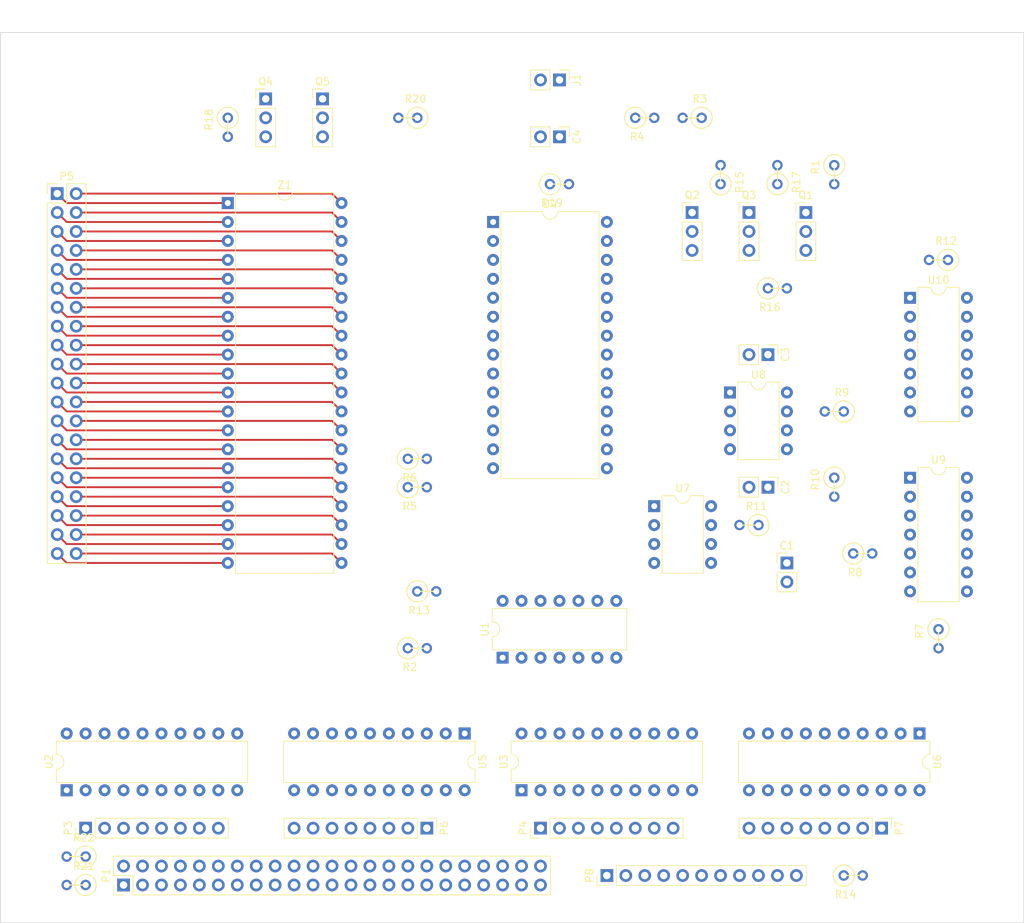
<source format=kicad_pcb>
(kicad_pcb (version 4) (host pcbnew 4.0.5)

  (general
    (links 286)
    (no_connects 246)
    (area 27.889999 46.30476 165.150001 170.230001)
    (thickness 1.6)
    (drawings 4)
    (tracks 80)
    (zones 0)
    (modules 50)
    (nets 118)
  )

  (page A4)
  (title_block
    (title "Z80 Computer")
  )

  (layers
    (0 F.Cu signal)
    (1 In1.Cu signal)
    (2 In2.Cu signal)
    (31 B.Cu signal)
    (33 F.Adhes user)
    (35 F.Paste user)
    (37 F.SilkS user)
    (39 F.Mask user)
    (40 Dwgs.User user)
    (41 Cmts.User user)
    (42 Eco1.User user)
    (43 Eco2.User user)
    (44 Edge.Cuts user)
    (45 Margin user)
    (47 F.CrtYd user)
    (49 F.Fab user)
  )

  (setup
    (last_trace_width 0.25)
    (trace_clearance 0.25)
    (zone_clearance 0.508)
    (zone_45_only no)
    (trace_min 0.2)
    (segment_width 0.2)
    (edge_width 0.1)
    (via_size 0.6)
    (via_drill 0.4)
    (via_min_size 0.4)
    (via_min_drill 0.3)
    (uvia_size 0.3)
    (uvia_drill 0.1)
    (uvias_allowed no)
    (uvia_min_size 0.2)
    (uvia_min_drill 0.1)
    (pcb_text_width 0.3)
    (pcb_text_size 1.5 1.5)
    (mod_edge_width 0.15)
    (mod_text_size 1 1)
    (mod_text_width 0.15)
    (pad_size 1.5 1.5)
    (pad_drill 0.6)
    (pad_to_mask_clearance 0)
    (aux_axis_origin 0 0)
    (visible_elements 7FFFFFFF)
    (pcbplotparams
      (layerselection 0x00030_80000001)
      (usegerberextensions false)
      (excludeedgelayer true)
      (linewidth 0.100000)
      (plotframeref false)
      (viasonmask false)
      (mode 1)
      (useauxorigin false)
      (hpglpennumber 1)
      (hpglpenspeed 20)
      (hpglpendiameter 15)
      (hpglpenoverlay 2)
      (psnegative false)
      (psa4output false)
      (plotreference true)
      (plotvalue true)
      (plotinvisibletext false)
      (padsonsilk false)
      (subtractmaskfromsilk false)
      (outputformat 1)
      (mirror false)
      (drillshape 1)
      (scaleselection 1)
      (outputdirectory ""))
  )

  (net 0 "")
  (net 1 "Net-(C1-Pad1)")
  (net 2 GND)
  (net 3 "Net-(C2-Pad1)")
  (net 4 "Net-(C3-Pad1)")
  (net 5 VCC)
  (net 6 "Net-(P1-Pad1)")
  (net 7 "Net-(P1-Pad3)")
  (net 8 "Net-(P3-Pad1)")
  (net 9 "Net-(P3-Pad2)")
  (net 10 "Net-(P3-Pad3)")
  (net 11 "Net-(P3-Pad4)")
  (net 12 "Net-(P3-Pad5)")
  (net 13 "Net-(P3-Pad6)")
  (net 14 "Net-(P3-Pad7)")
  (net 15 "Net-(P3-Pad8)")
  (net 16 "Net-(P4-Pad1)")
  (net 17 "Net-(P4-Pad2)")
  (net 18 "Net-(P4-Pad3)")
  (net 19 "Net-(P4-Pad4)")
  (net 20 "Net-(P4-Pad5)")
  (net 21 "Net-(P4-Pad6)")
  (net 22 "Net-(P4-Pad7)")
  (net 23 "Net-(P4-Pad8)")
  (net 24 "Net-(P5-Pad1)")
  (net 25 "Net-(P5-Pad2)")
  (net 26 "Net-(P5-Pad3)")
  (net 27 "Net-(P5-Pad4)")
  (net 28 "Net-(P5-Pad5)")
  (net 29 "Net-(P5-Pad6)")
  (net 30 "Net-(P5-Pad7)")
  (net 31 "Net-(P5-Pad8)")
  (net 32 "Net-(P5-Pad9)")
  (net 33 "Net-(P5-Pad10)")
  (net 34 CLK)
  (net 35 "Net-(P5-Pad12)")
  (net 36 "Net-(P5-Pad13)")
  (net 37 "Net-(P5-Pad14)")
  (net 38 "Net-(P5-Pad15)")
  (net 39 "Net-(P5-Pad16)")
  (net 40 "Net-(P5-Pad17)")
  (net 41 "Net-(P5-Pad18)")
  (net 42 "Net-(P5-Pad19)")
  (net 43 "Net-(P5-Pad20)")
  (net 44 "Net-(P5-Pad22)")
  (net 45 "Net-(P5-Pad23)")
  (net 46 "Net-(P5-Pad25)")
  (net 47 RFSH)
  (net 48 "Net-(P5-Pad27)")
  (net 49 M1)
  (net 50 "Net-(P5-Pad29)")
  (net 51 RESET)
  (net 52 INT)
  (net 53 BUSRQ)
  (net 54 NMI)
  (net 55 WAIT)
  (net 56 HALT)
  (net 57 BUSACK)
  (net 58 MREQ)
  (net 59 WR)
  (net 60 IOREQ)
  (net 61 RD)
  (net 62 "Net-(P6-Pad1)")
  (net 63 "Net-(P6-Pad2)")
  (net 64 "Net-(P6-Pad3)")
  (net 65 "Net-(P6-Pad4)")
  (net 66 "Net-(P6-Pad5)")
  (net 67 "Net-(P6-Pad6)")
  (net 68 "Net-(P6-Pad7)")
  (net 69 "Net-(P6-Pad8)")
  (net 70 "Net-(P7-Pad1)")
  (net 71 "Net-(P7-Pad2)")
  (net 72 "Net-(P7-Pad3)")
  (net 73 "Net-(P7-Pad4)")
  (net 74 "Net-(P7-Pad5)")
  (net 75 "Net-(P7-Pad6)")
  (net 76 "Net-(P7-Pad7)")
  (net 77 "Net-(P7-Pad8)")
  (net 78 "Net-(P8-Pad3)")
  (net 79 "Net-(P8-Pad6)")
  (net 80 "Net-(P8-Pad7)")
  (net 81 "Net-(P8-Pad8)")
  (net 82 "Net-(P8-Pad9)")
  (net 83 "Net-(P8-Pad10)")
  (net 84 "Net-(P8-Pad11)")
  (net 85 "Net-(Q1-Pad1)")
  (net 86 "Net-(Q1-Pad2)")
  (net 87 "Net-(Q2-Pad2)")
  (net 88 "Net-(Q2-Pad3)")
  (net 89 "Net-(Q3-Pad2)")
  (net 90 "Net-(Q4-Pad2)")
  (net 91 "Net-(Q5-Pad2)")
  (net 92 "Net-(R10-Pad1)")
  (net 93 "Net-(R12-Pad2)")
  (net 94 "Net-(R20-Pad1)")
  (net 95 "Net-(U1-Pad8)")
  (net 96 "Net-(U1-Pad9)")
  (net 97 "Net-(U1-Pad3)")
  (net 98 "Net-(U1-Pad10)")
  (net 99 "Net-(U1-Pad4)")
  (net 100 "Net-(U1-Pad11)")
  (net 101 "Net-(U1-Pad5)")
  (net 102 "Net-(U1-Pad12)")
  (net 103 "Net-(U1-Pad6)")
  (net 104 "Net-(U1-Pad13)")
  (net 105 "Net-(U8-Pad3)")
  (net 106 "Net-(U10-Pad13)")
  (net 107 "Net-(U10-Pad11)")
  (net 108 "Net-(U9-Pad3)")
  (net 109 "Net-(U10-Pad8)")
  (net 110 "Net-(U10-Pad1)")
  (net 111 "Net-(U10-Pad2)")
  (net 112 "Net-(U10-Pad9)")
  (net 113 "Net-(U10-Pad3)")
  (net 114 "Net-(U10-Pad10)")
  (net 115 "Net-(U10-Pad4)")
  (net 116 "Net-(U10-Pad5)")
  (net 117 "Net-(U10-Pad6)")

  (net_class Default "This is the default net class."
    (clearance 0.25)
    (trace_width 0.25)
    (via_dia 0.6)
    (via_drill 0.4)
    (uvia_dia 0.3)
    (uvia_drill 0.1)
    (add_net BUSACK)
    (add_net BUSRQ)
    (add_net CLK)
    (add_net GND)
    (add_net HALT)
    (add_net INT)
    (add_net IOREQ)
    (add_net M1)
    (add_net MREQ)
    (add_net NMI)
    (add_net "Net-(C1-Pad1)")
    (add_net "Net-(C2-Pad1)")
    (add_net "Net-(C3-Pad1)")
    (add_net "Net-(P1-Pad1)")
    (add_net "Net-(P1-Pad3)")
    (add_net "Net-(P3-Pad1)")
    (add_net "Net-(P3-Pad2)")
    (add_net "Net-(P3-Pad3)")
    (add_net "Net-(P3-Pad4)")
    (add_net "Net-(P3-Pad5)")
    (add_net "Net-(P3-Pad6)")
    (add_net "Net-(P3-Pad7)")
    (add_net "Net-(P3-Pad8)")
    (add_net "Net-(P4-Pad1)")
    (add_net "Net-(P4-Pad2)")
    (add_net "Net-(P4-Pad3)")
    (add_net "Net-(P4-Pad4)")
    (add_net "Net-(P4-Pad5)")
    (add_net "Net-(P4-Pad6)")
    (add_net "Net-(P4-Pad7)")
    (add_net "Net-(P4-Pad8)")
    (add_net "Net-(P5-Pad1)")
    (add_net "Net-(P5-Pad10)")
    (add_net "Net-(P5-Pad12)")
    (add_net "Net-(P5-Pad13)")
    (add_net "Net-(P5-Pad14)")
    (add_net "Net-(P5-Pad15)")
    (add_net "Net-(P5-Pad16)")
    (add_net "Net-(P5-Pad17)")
    (add_net "Net-(P5-Pad18)")
    (add_net "Net-(P5-Pad19)")
    (add_net "Net-(P5-Pad2)")
    (add_net "Net-(P5-Pad20)")
    (add_net "Net-(P5-Pad22)")
    (add_net "Net-(P5-Pad23)")
    (add_net "Net-(P5-Pad25)")
    (add_net "Net-(P5-Pad27)")
    (add_net "Net-(P5-Pad29)")
    (add_net "Net-(P5-Pad3)")
    (add_net "Net-(P5-Pad4)")
    (add_net "Net-(P5-Pad5)")
    (add_net "Net-(P5-Pad6)")
    (add_net "Net-(P5-Pad7)")
    (add_net "Net-(P5-Pad8)")
    (add_net "Net-(P5-Pad9)")
    (add_net "Net-(P6-Pad1)")
    (add_net "Net-(P6-Pad2)")
    (add_net "Net-(P6-Pad3)")
    (add_net "Net-(P6-Pad4)")
    (add_net "Net-(P6-Pad5)")
    (add_net "Net-(P6-Pad6)")
    (add_net "Net-(P6-Pad7)")
    (add_net "Net-(P6-Pad8)")
    (add_net "Net-(P7-Pad1)")
    (add_net "Net-(P7-Pad2)")
    (add_net "Net-(P7-Pad3)")
    (add_net "Net-(P7-Pad4)")
    (add_net "Net-(P7-Pad5)")
    (add_net "Net-(P7-Pad6)")
    (add_net "Net-(P7-Pad7)")
    (add_net "Net-(P7-Pad8)")
    (add_net "Net-(P8-Pad10)")
    (add_net "Net-(P8-Pad11)")
    (add_net "Net-(P8-Pad3)")
    (add_net "Net-(P8-Pad6)")
    (add_net "Net-(P8-Pad7)")
    (add_net "Net-(P8-Pad8)")
    (add_net "Net-(P8-Pad9)")
    (add_net "Net-(Q1-Pad1)")
    (add_net "Net-(Q1-Pad2)")
    (add_net "Net-(Q2-Pad2)")
    (add_net "Net-(Q2-Pad3)")
    (add_net "Net-(Q3-Pad2)")
    (add_net "Net-(Q4-Pad2)")
    (add_net "Net-(Q5-Pad2)")
    (add_net "Net-(R10-Pad1)")
    (add_net "Net-(R12-Pad2)")
    (add_net "Net-(R20-Pad1)")
    (add_net "Net-(U1-Pad10)")
    (add_net "Net-(U1-Pad11)")
    (add_net "Net-(U1-Pad12)")
    (add_net "Net-(U1-Pad13)")
    (add_net "Net-(U1-Pad3)")
    (add_net "Net-(U1-Pad4)")
    (add_net "Net-(U1-Pad5)")
    (add_net "Net-(U1-Pad6)")
    (add_net "Net-(U1-Pad8)")
    (add_net "Net-(U1-Pad9)")
    (add_net "Net-(U10-Pad1)")
    (add_net "Net-(U10-Pad10)")
    (add_net "Net-(U10-Pad11)")
    (add_net "Net-(U10-Pad13)")
    (add_net "Net-(U10-Pad2)")
    (add_net "Net-(U10-Pad3)")
    (add_net "Net-(U10-Pad4)")
    (add_net "Net-(U10-Pad5)")
    (add_net "Net-(U10-Pad6)")
    (add_net "Net-(U10-Pad8)")
    (add_net "Net-(U10-Pad9)")
    (add_net "Net-(U8-Pad3)")
    (add_net "Net-(U9-Pad3)")
    (add_net RD)
    (add_net RESET)
    (add_net RFSH)
    (add_net VCC)
    (add_net WAIT)
    (add_net WR)
  )

  (module Pin_Headers:Pin_Header_Straight_2x20_Pitch2.54mm (layer F.Cu) (tedit 58CD4EC6) (tstamp 58D478AD)
    (at 35.56 72.39)
    (descr "Through hole straight pin header, 2x20, 2.54mm pitch, double rows")
    (tags "Through hole pin header THT 2x20 2.54mm double row")
    (path /58C3FD08)
    (fp_text reference P5 (at 1.27 -2.33) (layer F.SilkS)
      (effects (font (size 1 1) (thickness 0.15)))
    )
    (fp_text value CONN_02X20 (at 1.27 50.59) (layer F.Fab)
      (effects (font (size 1 1) (thickness 0.15)))
    )
    (fp_line (start -1.27 -1.27) (end -1.27 49.53) (layer F.Fab) (width 0.1))
    (fp_line (start -1.27 49.53) (end 3.81 49.53) (layer F.Fab) (width 0.1))
    (fp_line (start 3.81 49.53) (end 3.81 -1.27) (layer F.Fab) (width 0.1))
    (fp_line (start 3.81 -1.27) (end -1.27 -1.27) (layer F.Fab) (width 0.1))
    (fp_line (start -1.33 1.27) (end -1.33 49.59) (layer F.SilkS) (width 0.12))
    (fp_line (start -1.33 49.59) (end 3.87 49.59) (layer F.SilkS) (width 0.12))
    (fp_line (start 3.87 49.59) (end 3.87 -1.33) (layer F.SilkS) (width 0.12))
    (fp_line (start 3.87 -1.33) (end 1.27 -1.33) (layer F.SilkS) (width 0.12))
    (fp_line (start 1.27 -1.33) (end 1.27 1.27) (layer F.SilkS) (width 0.12))
    (fp_line (start 1.27 1.27) (end -1.33 1.27) (layer F.SilkS) (width 0.12))
    (fp_line (start -1.33 0) (end -1.33 -1.33) (layer F.SilkS) (width 0.12))
    (fp_line (start -1.33 -1.33) (end 0 -1.33) (layer F.SilkS) (width 0.12))
    (fp_line (start -1.8 -1.8) (end -1.8 50.05) (layer F.CrtYd) (width 0.05))
    (fp_line (start -1.8 50.05) (end 4.35 50.05) (layer F.CrtYd) (width 0.05))
    (fp_line (start 4.35 50.05) (end 4.35 -1.8) (layer F.CrtYd) (width 0.05))
    (fp_line (start 4.35 -1.8) (end -1.8 -1.8) (layer F.CrtYd) (width 0.05))
    (fp_text user %R (at 1.27 -2.33) (layer F.Fab)
      (effects (font (size 1 1) (thickness 0.15)))
    )
    (pad 1 thru_hole rect (at 0 0) (size 1.7 1.7) (drill 1) (layers *.Cu *.Mask)
      (net 24 "Net-(P5-Pad1)"))
    (pad 2 thru_hole oval (at 2.54 0) (size 1.7 1.7) (drill 1) (layers *.Cu *.Mask)
      (net 25 "Net-(P5-Pad2)"))
    (pad 3 thru_hole oval (at 0 2.54) (size 1.7 1.7) (drill 1) (layers *.Cu *.Mask)
      (net 26 "Net-(P5-Pad3)"))
    (pad 4 thru_hole oval (at 2.54 2.54) (size 1.7 1.7) (drill 1) (layers *.Cu *.Mask)
      (net 27 "Net-(P5-Pad4)"))
    (pad 5 thru_hole oval (at 0 5.08) (size 1.7 1.7) (drill 1) (layers *.Cu *.Mask)
      (net 28 "Net-(P5-Pad5)"))
    (pad 6 thru_hole oval (at 2.54 5.08) (size 1.7 1.7) (drill 1) (layers *.Cu *.Mask)
      (net 29 "Net-(P5-Pad6)"))
    (pad 7 thru_hole oval (at 0 7.62) (size 1.7 1.7) (drill 1) (layers *.Cu *.Mask)
      (net 30 "Net-(P5-Pad7)"))
    (pad 8 thru_hole oval (at 2.54 7.62) (size 1.7 1.7) (drill 1) (layers *.Cu *.Mask)
      (net 31 "Net-(P5-Pad8)"))
    (pad 9 thru_hole oval (at 0 10.16) (size 1.7 1.7) (drill 1) (layers *.Cu *.Mask)
      (net 32 "Net-(P5-Pad9)"))
    (pad 10 thru_hole oval (at 2.54 10.16) (size 1.7 1.7) (drill 1) (layers *.Cu *.Mask)
      (net 33 "Net-(P5-Pad10)"))
    (pad 11 thru_hole oval (at 0 12.7) (size 1.7 1.7) (drill 1) (layers *.Cu *.Mask)
      (net 34 CLK))
    (pad 12 thru_hole oval (at 2.54 12.7) (size 1.7 1.7) (drill 1) (layers *.Cu *.Mask)
      (net 35 "Net-(P5-Pad12)"))
    (pad 13 thru_hole oval (at 0 15.24) (size 1.7 1.7) (drill 1) (layers *.Cu *.Mask)
      (net 36 "Net-(P5-Pad13)"))
    (pad 14 thru_hole oval (at 2.54 15.24) (size 1.7 1.7) (drill 1) (layers *.Cu *.Mask)
      (net 37 "Net-(P5-Pad14)"))
    (pad 15 thru_hole oval (at 0 17.78) (size 1.7 1.7) (drill 1) (layers *.Cu *.Mask)
      (net 38 "Net-(P5-Pad15)"))
    (pad 16 thru_hole oval (at 2.54 17.78) (size 1.7 1.7) (drill 1) (layers *.Cu *.Mask)
      (net 39 "Net-(P5-Pad16)"))
    (pad 17 thru_hole oval (at 0 20.32) (size 1.7 1.7) (drill 1) (layers *.Cu *.Mask)
      (net 40 "Net-(P5-Pad17)"))
    (pad 18 thru_hole oval (at 2.54 20.32) (size 1.7 1.7) (drill 1) (layers *.Cu *.Mask)
      (net 41 "Net-(P5-Pad18)"))
    (pad 19 thru_hole oval (at 0 22.86) (size 1.7 1.7) (drill 1) (layers *.Cu *.Mask)
      (net 42 "Net-(P5-Pad19)"))
    (pad 20 thru_hole oval (at 2.54 22.86) (size 1.7 1.7) (drill 1) (layers *.Cu *.Mask)
      (net 43 "Net-(P5-Pad20)"))
    (pad 21 thru_hole oval (at 0 25.4) (size 1.7 1.7) (drill 1) (layers *.Cu *.Mask)
      (net 5 VCC))
    (pad 22 thru_hole oval (at 2.54 25.4) (size 1.7 1.7) (drill 1) (layers *.Cu *.Mask)
      (net 44 "Net-(P5-Pad22)"))
    (pad 23 thru_hole oval (at 0 27.94) (size 1.7 1.7) (drill 1) (layers *.Cu *.Mask)
      (net 45 "Net-(P5-Pad23)"))
    (pad 24 thru_hole oval (at 2.54 27.94) (size 1.7 1.7) (drill 1) (layers *.Cu *.Mask)
      (net 2 GND))
    (pad 25 thru_hole oval (at 0 30.48) (size 1.7 1.7) (drill 1) (layers *.Cu *.Mask)
      (net 46 "Net-(P5-Pad25)"))
    (pad 26 thru_hole oval (at 2.54 30.48) (size 1.7 1.7) (drill 1) (layers *.Cu *.Mask)
      (net 47 RFSH))
    (pad 27 thru_hole oval (at 0 33.02) (size 1.7 1.7) (drill 1) (layers *.Cu *.Mask)
      (net 48 "Net-(P5-Pad27)"))
    (pad 28 thru_hole oval (at 2.54 33.02) (size 1.7 1.7) (drill 1) (layers *.Cu *.Mask)
      (net 49 M1))
    (pad 29 thru_hole oval (at 0 35.56) (size 1.7 1.7) (drill 1) (layers *.Cu *.Mask)
      (net 50 "Net-(P5-Pad29)"))
    (pad 30 thru_hole oval (at 2.54 35.56) (size 1.7 1.7) (drill 1) (layers *.Cu *.Mask)
      (net 51 RESET))
    (pad 31 thru_hole oval (at 0 38.1) (size 1.7 1.7) (drill 1) (layers *.Cu *.Mask)
      (net 52 INT))
    (pad 32 thru_hole oval (at 2.54 38.1) (size 1.7 1.7) (drill 1) (layers *.Cu *.Mask)
      (net 53 BUSRQ))
    (pad 33 thru_hole oval (at 0 40.64) (size 1.7 1.7) (drill 1) (layers *.Cu *.Mask)
      (net 54 NMI))
    (pad 34 thru_hole oval (at 2.54 40.64) (size 1.7 1.7) (drill 1) (layers *.Cu *.Mask)
      (net 55 WAIT))
    (pad 35 thru_hole oval (at 0 43.18) (size 1.7 1.7) (drill 1) (layers *.Cu *.Mask)
      (net 56 HALT))
    (pad 36 thru_hole oval (at 2.54 43.18) (size 1.7 1.7) (drill 1) (layers *.Cu *.Mask)
      (net 57 BUSACK))
    (pad 37 thru_hole oval (at 0 45.72) (size 1.7 1.7) (drill 1) (layers *.Cu *.Mask)
      (net 58 MREQ))
    (pad 38 thru_hole oval (at 2.54 45.72) (size 1.7 1.7) (drill 1) (layers *.Cu *.Mask)
      (net 59 WR))
    (pad 39 thru_hole oval (at 0 48.26) (size 1.7 1.7) (drill 1) (layers *.Cu *.Mask)
      (net 60 IOREQ))
    (pad 40 thru_hole oval (at 2.54 48.26) (size 1.7 1.7) (drill 1) (layers *.Cu *.Mask)
      (net 61 RD))
    (model ${KISYS3DMOD}/Pin_Headers.3dshapes/Pin_Header_Straight_2x20_Pitch2.54mm.wrl
      (at (xyz 0.05 -0.95 0))
      (scale (xyz 1 1 1))
      (rotate (xyz 0 0 90))
    )
  )

  (module Pin_Headers:Pin_Header_Straight_1x02_Pitch2.54mm (layer F.Cu) (tedit 58CD4EC1) (tstamp 58D4781F)
    (at 133.35 121.92)
    (descr "Through hole straight pin header, 1x02, 2.54mm pitch, single row")
    (tags "Through hole pin header THT 1x02 2.54mm single row")
    (path /58C984B7)
    (fp_text reference C1 (at 0 -2.33) (layer F.SilkS)
      (effects (font (size 1 1) (thickness 0.15)))
    )
    (fp_text value 10nF (at 0 4.87) (layer F.Fab)
      (effects (font (size 1 1) (thickness 0.15)))
    )
    (fp_line (start -1.27 -1.27) (end -1.27 3.81) (layer F.Fab) (width 0.1))
    (fp_line (start -1.27 3.81) (end 1.27 3.81) (layer F.Fab) (width 0.1))
    (fp_line (start 1.27 3.81) (end 1.27 -1.27) (layer F.Fab) (width 0.1))
    (fp_line (start 1.27 -1.27) (end -1.27 -1.27) (layer F.Fab) (width 0.1))
    (fp_line (start -1.33 1.27) (end -1.33 3.87) (layer F.SilkS) (width 0.12))
    (fp_line (start -1.33 3.87) (end 1.33 3.87) (layer F.SilkS) (width 0.12))
    (fp_line (start 1.33 3.87) (end 1.33 1.27) (layer F.SilkS) (width 0.12))
    (fp_line (start 1.33 1.27) (end -1.33 1.27) (layer F.SilkS) (width 0.12))
    (fp_line (start -1.33 0) (end -1.33 -1.33) (layer F.SilkS) (width 0.12))
    (fp_line (start -1.33 -1.33) (end 0 -1.33) (layer F.SilkS) (width 0.12))
    (fp_line (start -1.8 -1.8) (end -1.8 4.35) (layer F.CrtYd) (width 0.05))
    (fp_line (start -1.8 4.35) (end 1.8 4.35) (layer F.CrtYd) (width 0.05))
    (fp_line (start 1.8 4.35) (end 1.8 -1.8) (layer F.CrtYd) (width 0.05))
    (fp_line (start 1.8 -1.8) (end -1.8 -1.8) (layer F.CrtYd) (width 0.05))
    (fp_text user %R (at 0 -2.33) (layer F.Fab)
      (effects (font (size 1 1) (thickness 0.15)))
    )
    (pad 1 thru_hole rect (at 0 0) (size 1.7 1.7) (drill 1) (layers *.Cu *.Mask)
      (net 1 "Net-(C1-Pad1)"))
    (pad 2 thru_hole oval (at 0 2.54) (size 1.7 1.7) (drill 1) (layers *.Cu *.Mask)
      (net 2 GND))
    (model ${KISYS3DMOD}/Pin_Headers.3dshapes/Pin_Header_Straight_1x02_Pitch2.54mm.wrl
      (at (xyz 0 -0.05 0))
      (scale (xyz 1 1 1))
      (rotate (xyz 0 0 90))
    )
  )

  (module Pin_Headers:Pin_Header_Straight_1x02_Pitch2.54mm (layer F.Cu) (tedit 58CD4EC1) (tstamp 58D47825)
    (at 130.81 111.76 270)
    (descr "Through hole straight pin header, 1x02, 2.54mm pitch, single row")
    (tags "Through hole pin header THT 1x02 2.54mm single row")
    (path /58C9BC15)
    (fp_text reference C2 (at 0 -2.33 270) (layer F.SilkS)
      (effects (font (size 1 1) (thickness 0.15)))
    )
    (fp_text value 10nF (at 0 4.87 270) (layer F.Fab)
      (effects (font (size 1 1) (thickness 0.15)))
    )
    (fp_line (start -1.27 -1.27) (end -1.27 3.81) (layer F.Fab) (width 0.1))
    (fp_line (start -1.27 3.81) (end 1.27 3.81) (layer F.Fab) (width 0.1))
    (fp_line (start 1.27 3.81) (end 1.27 -1.27) (layer F.Fab) (width 0.1))
    (fp_line (start 1.27 -1.27) (end -1.27 -1.27) (layer F.Fab) (width 0.1))
    (fp_line (start -1.33 1.27) (end -1.33 3.87) (layer F.SilkS) (width 0.12))
    (fp_line (start -1.33 3.87) (end 1.33 3.87) (layer F.SilkS) (width 0.12))
    (fp_line (start 1.33 3.87) (end 1.33 1.27) (layer F.SilkS) (width 0.12))
    (fp_line (start 1.33 1.27) (end -1.33 1.27) (layer F.SilkS) (width 0.12))
    (fp_line (start -1.33 0) (end -1.33 -1.33) (layer F.SilkS) (width 0.12))
    (fp_line (start -1.33 -1.33) (end 0 -1.33) (layer F.SilkS) (width 0.12))
    (fp_line (start -1.8 -1.8) (end -1.8 4.35) (layer F.CrtYd) (width 0.05))
    (fp_line (start -1.8 4.35) (end 1.8 4.35) (layer F.CrtYd) (width 0.05))
    (fp_line (start 1.8 4.35) (end 1.8 -1.8) (layer F.CrtYd) (width 0.05))
    (fp_line (start 1.8 -1.8) (end -1.8 -1.8) (layer F.CrtYd) (width 0.05))
    (fp_text user %R (at 0 -2.33 270) (layer F.Fab)
      (effects (font (size 1 1) (thickness 0.15)))
    )
    (pad 1 thru_hole rect (at 0 0 270) (size 1.7 1.7) (drill 1) (layers *.Cu *.Mask)
      (net 3 "Net-(C2-Pad1)"))
    (pad 2 thru_hole oval (at 0 2.54 270) (size 1.7 1.7) (drill 1) (layers *.Cu *.Mask)
      (net 2 GND))
    (model ${KISYS3DMOD}/Pin_Headers.3dshapes/Pin_Header_Straight_1x02_Pitch2.54mm.wrl
      (at (xyz 0 -0.05 0))
      (scale (xyz 1 1 1))
      (rotate (xyz 0 0 90))
    )
  )

  (module Pin_Headers:Pin_Header_Straight_1x02_Pitch2.54mm (layer F.Cu) (tedit 58CD4EC1) (tstamp 58D4782B)
    (at 130.81 93.98 270)
    (descr "Through hole straight pin header, 1x02, 2.54mm pitch, single row")
    (tags "Through hole pin header THT 1x02 2.54mm single row")
    (path /58C9C216)
    (fp_text reference C3 (at 0 -2.33 270) (layer F.SilkS)
      (effects (font (size 1 1) (thickness 0.15)))
    )
    (fp_text value 10nF (at 0 4.87 270) (layer F.Fab)
      (effects (font (size 1 1) (thickness 0.15)))
    )
    (fp_line (start -1.27 -1.27) (end -1.27 3.81) (layer F.Fab) (width 0.1))
    (fp_line (start -1.27 3.81) (end 1.27 3.81) (layer F.Fab) (width 0.1))
    (fp_line (start 1.27 3.81) (end 1.27 -1.27) (layer F.Fab) (width 0.1))
    (fp_line (start 1.27 -1.27) (end -1.27 -1.27) (layer F.Fab) (width 0.1))
    (fp_line (start -1.33 1.27) (end -1.33 3.87) (layer F.SilkS) (width 0.12))
    (fp_line (start -1.33 3.87) (end 1.33 3.87) (layer F.SilkS) (width 0.12))
    (fp_line (start 1.33 3.87) (end 1.33 1.27) (layer F.SilkS) (width 0.12))
    (fp_line (start 1.33 1.27) (end -1.33 1.27) (layer F.SilkS) (width 0.12))
    (fp_line (start -1.33 0) (end -1.33 -1.33) (layer F.SilkS) (width 0.12))
    (fp_line (start -1.33 -1.33) (end 0 -1.33) (layer F.SilkS) (width 0.12))
    (fp_line (start -1.8 -1.8) (end -1.8 4.35) (layer F.CrtYd) (width 0.05))
    (fp_line (start -1.8 4.35) (end 1.8 4.35) (layer F.CrtYd) (width 0.05))
    (fp_line (start 1.8 4.35) (end 1.8 -1.8) (layer F.CrtYd) (width 0.05))
    (fp_line (start 1.8 -1.8) (end -1.8 -1.8) (layer F.CrtYd) (width 0.05))
    (fp_text user %R (at 0 -2.33 270) (layer F.Fab)
      (effects (font (size 1 1) (thickness 0.15)))
    )
    (pad 1 thru_hole rect (at 0 0 270) (size 1.7 1.7) (drill 1) (layers *.Cu *.Mask)
      (net 4 "Net-(C3-Pad1)"))
    (pad 2 thru_hole oval (at 0 2.54 270) (size 1.7 1.7) (drill 1) (layers *.Cu *.Mask)
      (net 2 GND))
    (model ${KISYS3DMOD}/Pin_Headers.3dshapes/Pin_Header_Straight_1x02_Pitch2.54mm.wrl
      (at (xyz 0 -0.05 0))
      (scale (xyz 1 1 1))
      (rotate (xyz 0 0 90))
    )
  )

  (module Pin_Headers:Pin_Header_Straight_1x02_Pitch2.54mm (layer F.Cu) (tedit 58CD4EC1) (tstamp 58D47831)
    (at 102.87 64.77 270)
    (descr "Through hole straight pin header, 1x02, 2.54mm pitch, single row")
    (tags "Through hole pin header THT 1x02 2.54mm single row")
    (path /58D6FFB3)
    (fp_text reference C4 (at 0 -2.33 270) (layer F.SilkS)
      (effects (font (size 1 1) (thickness 0.15)))
    )
    (fp_text value 10uF (at 0 4.87 270) (layer F.Fab)
      (effects (font (size 1 1) (thickness 0.15)))
    )
    (fp_line (start -1.27 -1.27) (end -1.27 3.81) (layer F.Fab) (width 0.1))
    (fp_line (start -1.27 3.81) (end 1.27 3.81) (layer F.Fab) (width 0.1))
    (fp_line (start 1.27 3.81) (end 1.27 -1.27) (layer F.Fab) (width 0.1))
    (fp_line (start 1.27 -1.27) (end -1.27 -1.27) (layer F.Fab) (width 0.1))
    (fp_line (start -1.33 1.27) (end -1.33 3.87) (layer F.SilkS) (width 0.12))
    (fp_line (start -1.33 3.87) (end 1.33 3.87) (layer F.SilkS) (width 0.12))
    (fp_line (start 1.33 3.87) (end 1.33 1.27) (layer F.SilkS) (width 0.12))
    (fp_line (start 1.33 1.27) (end -1.33 1.27) (layer F.SilkS) (width 0.12))
    (fp_line (start -1.33 0) (end -1.33 -1.33) (layer F.SilkS) (width 0.12))
    (fp_line (start -1.33 -1.33) (end 0 -1.33) (layer F.SilkS) (width 0.12))
    (fp_line (start -1.8 -1.8) (end -1.8 4.35) (layer F.CrtYd) (width 0.05))
    (fp_line (start -1.8 4.35) (end 1.8 4.35) (layer F.CrtYd) (width 0.05))
    (fp_line (start 1.8 4.35) (end 1.8 -1.8) (layer F.CrtYd) (width 0.05))
    (fp_line (start 1.8 -1.8) (end -1.8 -1.8) (layer F.CrtYd) (width 0.05))
    (fp_text user %R (at 0 -2.33 270) (layer F.Fab)
      (effects (font (size 1 1) (thickness 0.15)))
    )
    (pad 1 thru_hole rect (at 0 0 270) (size 1.7 1.7) (drill 1) (layers *.Cu *.Mask)
      (net 5 VCC))
    (pad 2 thru_hole oval (at 0 2.54 270) (size 1.7 1.7) (drill 1) (layers *.Cu *.Mask)
      (net 2 GND))
    (model ${KISYS3DMOD}/Pin_Headers.3dshapes/Pin_Header_Straight_1x02_Pitch2.54mm.wrl
      (at (xyz 0 -0.05 0))
      (scale (xyz 1 1 1))
      (rotate (xyz 0 0 90))
    )
  )

  (module Pin_Headers:Pin_Header_Straight_1x02_Pitch2.54mm (layer F.Cu) (tedit 58CD4EC1) (tstamp 58D47837)
    (at 102.87 57.15 270)
    (descr "Through hole straight pin header, 1x02, 2.54mm pitch, single row")
    (tags "Through hole pin header THT 1x02 2.54mm single row")
    (path /58D1A7CA)
    (fp_text reference J1 (at 0 -2.33 270) (layer F.SilkS)
      (effects (font (size 1 1) (thickness 0.15)))
    )
    (fp_text value Screw_Terminal_Power_Input (at 0 4.87 270) (layer F.Fab)
      (effects (font (size 1 1) (thickness 0.15)))
    )
    (fp_line (start -1.27 -1.27) (end -1.27 3.81) (layer F.Fab) (width 0.1))
    (fp_line (start -1.27 3.81) (end 1.27 3.81) (layer F.Fab) (width 0.1))
    (fp_line (start 1.27 3.81) (end 1.27 -1.27) (layer F.Fab) (width 0.1))
    (fp_line (start 1.27 -1.27) (end -1.27 -1.27) (layer F.Fab) (width 0.1))
    (fp_line (start -1.33 1.27) (end -1.33 3.87) (layer F.SilkS) (width 0.12))
    (fp_line (start -1.33 3.87) (end 1.33 3.87) (layer F.SilkS) (width 0.12))
    (fp_line (start 1.33 3.87) (end 1.33 1.27) (layer F.SilkS) (width 0.12))
    (fp_line (start 1.33 1.27) (end -1.33 1.27) (layer F.SilkS) (width 0.12))
    (fp_line (start -1.33 0) (end -1.33 -1.33) (layer F.SilkS) (width 0.12))
    (fp_line (start -1.33 -1.33) (end 0 -1.33) (layer F.SilkS) (width 0.12))
    (fp_line (start -1.8 -1.8) (end -1.8 4.35) (layer F.CrtYd) (width 0.05))
    (fp_line (start -1.8 4.35) (end 1.8 4.35) (layer F.CrtYd) (width 0.05))
    (fp_line (start 1.8 4.35) (end 1.8 -1.8) (layer F.CrtYd) (width 0.05))
    (fp_line (start 1.8 -1.8) (end -1.8 -1.8) (layer F.CrtYd) (width 0.05))
    (fp_text user %R (at 0 -2.33 270) (layer F.Fab)
      (effects (font (size 1 1) (thickness 0.15)))
    )
    (pad 1 thru_hole rect (at 0 0 270) (size 1.7 1.7) (drill 1) (layers *.Cu *.Mask)
      (net 5 VCC))
    (pad 2 thru_hole oval (at 0 2.54 270) (size 1.7 1.7) (drill 1) (layers *.Cu *.Mask)
      (net 2 GND))
    (model ${KISYS3DMOD}/Pin_Headers.3dshapes/Pin_Header_Straight_1x02_Pitch2.54mm.wrl
      (at (xyz 0 -0.05 0))
      (scale (xyz 1 1 1))
      (rotate (xyz 0 0 90))
    )
  )

  (module Pin_Headers:Pin_Header_Straight_2x23_Pitch2.54mm (layer F.Cu) (tedit 58CD4EC6) (tstamp 58D47869)
    (at 44.45 165.1 90)
    (descr "Through hole straight pin header, 2x23, 2.54mm pitch, double rows")
    (tags "Through hole pin header THT 2x23 2.54mm double row")
    (path /58CE2135)
    (fp_text reference P1 (at 1.27 -2.33 90) (layer F.SilkS)
      (effects (font (size 1 1) (thickness 0.15)))
    )
    (fp_text value CONN_02X23 (at 1.27 58.21 90) (layer F.Fab)
      (effects (font (size 1 1) (thickness 0.15)))
    )
    (fp_line (start -1.27 -1.27) (end -1.27 57.15) (layer F.Fab) (width 0.1))
    (fp_line (start -1.27 57.15) (end 3.81 57.15) (layer F.Fab) (width 0.1))
    (fp_line (start 3.81 57.15) (end 3.81 -1.27) (layer F.Fab) (width 0.1))
    (fp_line (start 3.81 -1.27) (end -1.27 -1.27) (layer F.Fab) (width 0.1))
    (fp_line (start -1.33 1.27) (end -1.33 57.21) (layer F.SilkS) (width 0.12))
    (fp_line (start -1.33 57.21) (end 3.87 57.21) (layer F.SilkS) (width 0.12))
    (fp_line (start 3.87 57.21) (end 3.87 -1.33) (layer F.SilkS) (width 0.12))
    (fp_line (start 3.87 -1.33) (end 1.27 -1.33) (layer F.SilkS) (width 0.12))
    (fp_line (start 1.27 -1.33) (end 1.27 1.27) (layer F.SilkS) (width 0.12))
    (fp_line (start 1.27 1.27) (end -1.33 1.27) (layer F.SilkS) (width 0.12))
    (fp_line (start -1.33 0) (end -1.33 -1.33) (layer F.SilkS) (width 0.12))
    (fp_line (start -1.33 -1.33) (end 0 -1.33) (layer F.SilkS) (width 0.12))
    (fp_line (start -1.8 -1.8) (end -1.8 57.65) (layer F.CrtYd) (width 0.05))
    (fp_line (start -1.8 57.65) (end 4.35 57.65) (layer F.CrtYd) (width 0.05))
    (fp_line (start 4.35 57.65) (end 4.35 -1.8) (layer F.CrtYd) (width 0.05))
    (fp_line (start 4.35 -1.8) (end -1.8 -1.8) (layer F.CrtYd) (width 0.05))
    (fp_text user %R (at 1.27 -2.33 90) (layer F.Fab)
      (effects (font (size 1 1) (thickness 0.15)))
    )
    (pad 1 thru_hole rect (at 0 0 90) (size 1.7 1.7) (drill 1) (layers *.Cu *.Mask)
      (net 6 "Net-(P1-Pad1)"))
    (pad 2 thru_hole oval (at 2.54 0 90) (size 1.7 1.7) (drill 1) (layers *.Cu *.Mask)
      (net 5 VCC))
    (pad 3 thru_hole oval (at 0 2.54 90) (size 1.7 1.7) (drill 1) (layers *.Cu *.Mask)
      (net 7 "Net-(P1-Pad3)"))
    (pad 4 thru_hole oval (at 2.54 2.54 90) (size 1.7 1.7) (drill 1) (layers *.Cu *.Mask)
      (net 5 VCC))
    (pad 5 thru_hole oval (at 0 5.08 90) (size 1.7 1.7) (drill 1) (layers *.Cu *.Mask)
      (net 2 GND))
    (pad 6 thru_hole oval (at 2.54 5.08 90) (size 1.7 1.7) (drill 1) (layers *.Cu *.Mask)
      (net 5 VCC))
    (pad 7 thru_hole oval (at 0 7.62 90) (size 1.7 1.7) (drill 1) (layers *.Cu *.Mask)
      (net 2 GND))
    (pad 8 thru_hole oval (at 2.54 7.62 90) (size 1.7 1.7) (drill 1) (layers *.Cu *.Mask)
      (net 5 VCC))
    (pad 9 thru_hole oval (at 0 10.16 90) (size 1.7 1.7) (drill 1) (layers *.Cu *.Mask)
      (net 2 GND))
    (pad 10 thru_hole oval (at 2.54 10.16 90) (size 1.7 1.7) (drill 1) (layers *.Cu *.Mask)
      (net 5 VCC))
    (pad 11 thru_hole oval (at 0 12.7 90) (size 1.7 1.7) (drill 1) (layers *.Cu *.Mask)
      (net 2 GND))
    (pad 12 thru_hole oval (at 2.54 12.7 90) (size 1.7 1.7) (drill 1) (layers *.Cu *.Mask)
      (net 5 VCC))
    (pad 13 thru_hole oval (at 0 15.24 90) (size 1.7 1.7) (drill 1) (layers *.Cu *.Mask)
      (net 2 GND))
    (pad 14 thru_hole oval (at 2.54 15.24 90) (size 1.7 1.7) (drill 1) (layers *.Cu *.Mask)
      (net 5 VCC))
    (pad 15 thru_hole oval (at 0 17.78 90) (size 1.7 1.7) (drill 1) (layers *.Cu *.Mask)
      (net 2 GND))
    (pad 16 thru_hole oval (at 2.54 17.78 90) (size 1.7 1.7) (drill 1) (layers *.Cu *.Mask)
      (net 5 VCC))
    (pad 17 thru_hole oval (at 0 20.32 90) (size 1.7 1.7) (drill 1) (layers *.Cu *.Mask)
      (net 2 GND))
    (pad 18 thru_hole oval (at 2.54 20.32 90) (size 1.7 1.7) (drill 1) (layers *.Cu *.Mask)
      (net 5 VCC))
    (pad 19 thru_hole oval (at 0 22.86 90) (size 1.7 1.7) (drill 1) (layers *.Cu *.Mask)
      (net 2 GND))
    (pad 20 thru_hole oval (at 2.54 22.86 90) (size 1.7 1.7) (drill 1) (layers *.Cu *.Mask)
      (net 5 VCC))
    (pad 21 thru_hole oval (at 0 25.4 90) (size 1.7 1.7) (drill 1) (layers *.Cu *.Mask)
      (net 2 GND))
    (pad 22 thru_hole oval (at 2.54 25.4 90) (size 1.7 1.7) (drill 1) (layers *.Cu *.Mask)
      (net 5 VCC))
    (pad 23 thru_hole oval (at 0 27.94 90) (size 1.7 1.7) (drill 1) (layers *.Cu *.Mask)
      (net 2 GND))
    (pad 24 thru_hole oval (at 2.54 27.94 90) (size 1.7 1.7) (drill 1) (layers *.Cu *.Mask)
      (net 5 VCC))
    (pad 25 thru_hole oval (at 0 30.48 90) (size 1.7 1.7) (drill 1) (layers *.Cu *.Mask)
      (net 2 GND))
    (pad 26 thru_hole oval (at 2.54 30.48 90) (size 1.7 1.7) (drill 1) (layers *.Cu *.Mask)
      (net 5 VCC))
    (pad 27 thru_hole oval (at 0 33.02 90) (size 1.7 1.7) (drill 1) (layers *.Cu *.Mask)
      (net 2 GND))
    (pad 28 thru_hole oval (at 2.54 33.02 90) (size 1.7 1.7) (drill 1) (layers *.Cu *.Mask)
      (net 5 VCC))
    (pad 29 thru_hole oval (at 0 35.56 90) (size 1.7 1.7) (drill 1) (layers *.Cu *.Mask)
      (net 2 GND))
    (pad 30 thru_hole oval (at 2.54 35.56 90) (size 1.7 1.7) (drill 1) (layers *.Cu *.Mask)
      (net 5 VCC))
    (pad 31 thru_hole oval (at 0 38.1 90) (size 1.7 1.7) (drill 1) (layers *.Cu *.Mask)
      (net 2 GND))
    (pad 32 thru_hole oval (at 2.54 38.1 90) (size 1.7 1.7) (drill 1) (layers *.Cu *.Mask)
      (net 5 VCC))
    (pad 33 thru_hole oval (at 0 40.64 90) (size 1.7 1.7) (drill 1) (layers *.Cu *.Mask)
      (net 2 GND))
    (pad 34 thru_hole oval (at 2.54 40.64 90) (size 1.7 1.7) (drill 1) (layers *.Cu *.Mask)
      (net 5 VCC))
    (pad 35 thru_hole oval (at 0 43.18 90) (size 1.7 1.7) (drill 1) (layers *.Cu *.Mask)
      (net 2 GND))
    (pad 36 thru_hole oval (at 2.54 43.18 90) (size 1.7 1.7) (drill 1) (layers *.Cu *.Mask)
      (net 5 VCC))
    (pad 37 thru_hole oval (at 0 45.72 90) (size 1.7 1.7) (drill 1) (layers *.Cu *.Mask)
      (net 2 GND))
    (pad 38 thru_hole oval (at 2.54 45.72 90) (size 1.7 1.7) (drill 1) (layers *.Cu *.Mask)
      (net 5 VCC))
    (pad 39 thru_hole oval (at 0 48.26 90) (size 1.7 1.7) (drill 1) (layers *.Cu *.Mask)
      (net 2 GND))
    (pad 40 thru_hole oval (at 2.54 48.26 90) (size 1.7 1.7) (drill 1) (layers *.Cu *.Mask)
      (net 5 VCC))
    (pad 41 thru_hole oval (at 0 50.8 90) (size 1.7 1.7) (drill 1) (layers *.Cu *.Mask)
      (net 2 GND))
    (pad 42 thru_hole oval (at 2.54 50.8 90) (size 1.7 1.7) (drill 1) (layers *.Cu *.Mask)
      (net 5 VCC))
    (pad 43 thru_hole oval (at 0 53.34 90) (size 1.7 1.7) (drill 1) (layers *.Cu *.Mask)
      (net 2 GND))
    (pad 44 thru_hole oval (at 2.54 53.34 90) (size 1.7 1.7) (drill 1) (layers *.Cu *.Mask)
      (net 5 VCC))
    (pad 45 thru_hole oval (at 0 55.88 90) (size 1.7 1.7) (drill 1) (layers *.Cu *.Mask)
      (net 2 GND))
    (pad 46 thru_hole oval (at 2.54 55.88 90) (size 1.7 1.7) (drill 1) (layers *.Cu *.Mask)
      (net 5 VCC))
    (model ${KISYS3DMOD}/Pin_Headers.3dshapes/Pin_Header_Straight_2x23_Pitch2.54mm.wrl
      (at (xyz 0.05 -1.1 0))
      (scale (xyz 1 1 1))
      (rotate (xyz 0 0 90))
    )
  )

  (module Pin_Headers:Pin_Header_Straight_1x08_Pitch2.54mm (layer F.Cu) (tedit 58CD4EC1) (tstamp 58D47875)
    (at 39.37 157.48 90)
    (descr "Through hole straight pin header, 1x08, 2.54mm pitch, single row")
    (tags "Through hole pin header THT 1x08 2.54mm single row")
    (path /58C3C27E)
    (fp_text reference P3 (at 0 -2.33 90) (layer F.SilkS)
      (effects (font (size 1 1) (thickness 0.15)))
    )
    (fp_text value CONN_01X08 (at 0 20.11 90) (layer F.Fab)
      (effects (font (size 1 1) (thickness 0.15)))
    )
    (fp_line (start -1.27 -1.27) (end -1.27 19.05) (layer F.Fab) (width 0.1))
    (fp_line (start -1.27 19.05) (end 1.27 19.05) (layer F.Fab) (width 0.1))
    (fp_line (start 1.27 19.05) (end 1.27 -1.27) (layer F.Fab) (width 0.1))
    (fp_line (start 1.27 -1.27) (end -1.27 -1.27) (layer F.Fab) (width 0.1))
    (fp_line (start -1.33 1.27) (end -1.33 19.11) (layer F.SilkS) (width 0.12))
    (fp_line (start -1.33 19.11) (end 1.33 19.11) (layer F.SilkS) (width 0.12))
    (fp_line (start 1.33 19.11) (end 1.33 1.27) (layer F.SilkS) (width 0.12))
    (fp_line (start 1.33 1.27) (end -1.33 1.27) (layer F.SilkS) (width 0.12))
    (fp_line (start -1.33 0) (end -1.33 -1.33) (layer F.SilkS) (width 0.12))
    (fp_line (start -1.33 -1.33) (end 0 -1.33) (layer F.SilkS) (width 0.12))
    (fp_line (start -1.8 -1.8) (end -1.8 19.55) (layer F.CrtYd) (width 0.05))
    (fp_line (start -1.8 19.55) (end 1.8 19.55) (layer F.CrtYd) (width 0.05))
    (fp_line (start 1.8 19.55) (end 1.8 -1.8) (layer F.CrtYd) (width 0.05))
    (fp_line (start 1.8 -1.8) (end -1.8 -1.8) (layer F.CrtYd) (width 0.05))
    (fp_text user %R (at 0 -2.33 90) (layer F.Fab)
      (effects (font (size 1 1) (thickness 0.15)))
    )
    (pad 1 thru_hole rect (at 0 0 90) (size 1.7 1.7) (drill 1) (layers *.Cu *.Mask)
      (net 8 "Net-(P3-Pad1)"))
    (pad 2 thru_hole oval (at 0 2.54 90) (size 1.7 1.7) (drill 1) (layers *.Cu *.Mask)
      (net 9 "Net-(P3-Pad2)"))
    (pad 3 thru_hole oval (at 0 5.08 90) (size 1.7 1.7) (drill 1) (layers *.Cu *.Mask)
      (net 10 "Net-(P3-Pad3)"))
    (pad 4 thru_hole oval (at 0 7.62 90) (size 1.7 1.7) (drill 1) (layers *.Cu *.Mask)
      (net 11 "Net-(P3-Pad4)"))
    (pad 5 thru_hole oval (at 0 10.16 90) (size 1.7 1.7) (drill 1) (layers *.Cu *.Mask)
      (net 12 "Net-(P3-Pad5)"))
    (pad 6 thru_hole oval (at 0 12.7 90) (size 1.7 1.7) (drill 1) (layers *.Cu *.Mask)
      (net 13 "Net-(P3-Pad6)"))
    (pad 7 thru_hole oval (at 0 15.24 90) (size 1.7 1.7) (drill 1) (layers *.Cu *.Mask)
      (net 14 "Net-(P3-Pad7)"))
    (pad 8 thru_hole oval (at 0 17.78 90) (size 1.7 1.7) (drill 1) (layers *.Cu *.Mask)
      (net 15 "Net-(P3-Pad8)"))
    (model ${KISYS3DMOD}/Pin_Headers.3dshapes/Pin_Header_Straight_1x08_Pitch2.54mm.wrl
      (at (xyz 0 -0.35 0))
      (scale (xyz 1 1 1))
      (rotate (xyz 0 0 90))
    )
  )

  (module Pin_Headers:Pin_Header_Straight_1x08_Pitch2.54mm (layer F.Cu) (tedit 58CD4EC1) (tstamp 58D47881)
    (at 100.33 157.48 90)
    (descr "Through hole straight pin header, 1x08, 2.54mm pitch, single row")
    (tags "Through hole pin header THT 1x08 2.54mm single row")
    (path /58C3C220)
    (fp_text reference P4 (at 0 -2.33 90) (layer F.SilkS)
      (effects (font (size 1 1) (thickness 0.15)))
    )
    (fp_text value CONN_01X08 (at 0 20.11 90) (layer F.Fab)
      (effects (font (size 1 1) (thickness 0.15)))
    )
    (fp_line (start -1.27 -1.27) (end -1.27 19.05) (layer F.Fab) (width 0.1))
    (fp_line (start -1.27 19.05) (end 1.27 19.05) (layer F.Fab) (width 0.1))
    (fp_line (start 1.27 19.05) (end 1.27 -1.27) (layer F.Fab) (width 0.1))
    (fp_line (start 1.27 -1.27) (end -1.27 -1.27) (layer F.Fab) (width 0.1))
    (fp_line (start -1.33 1.27) (end -1.33 19.11) (layer F.SilkS) (width 0.12))
    (fp_line (start -1.33 19.11) (end 1.33 19.11) (layer F.SilkS) (width 0.12))
    (fp_line (start 1.33 19.11) (end 1.33 1.27) (layer F.SilkS) (width 0.12))
    (fp_line (start 1.33 1.27) (end -1.33 1.27) (layer F.SilkS) (width 0.12))
    (fp_line (start -1.33 0) (end -1.33 -1.33) (layer F.SilkS) (width 0.12))
    (fp_line (start -1.33 -1.33) (end 0 -1.33) (layer F.SilkS) (width 0.12))
    (fp_line (start -1.8 -1.8) (end -1.8 19.55) (layer F.CrtYd) (width 0.05))
    (fp_line (start -1.8 19.55) (end 1.8 19.55) (layer F.CrtYd) (width 0.05))
    (fp_line (start 1.8 19.55) (end 1.8 -1.8) (layer F.CrtYd) (width 0.05))
    (fp_line (start 1.8 -1.8) (end -1.8 -1.8) (layer F.CrtYd) (width 0.05))
    (fp_text user %R (at 0 -2.33 90) (layer F.Fab)
      (effects (font (size 1 1) (thickness 0.15)))
    )
    (pad 1 thru_hole rect (at 0 0 90) (size 1.7 1.7) (drill 1) (layers *.Cu *.Mask)
      (net 16 "Net-(P4-Pad1)"))
    (pad 2 thru_hole oval (at 0 2.54 90) (size 1.7 1.7) (drill 1) (layers *.Cu *.Mask)
      (net 17 "Net-(P4-Pad2)"))
    (pad 3 thru_hole oval (at 0 5.08 90) (size 1.7 1.7) (drill 1) (layers *.Cu *.Mask)
      (net 18 "Net-(P4-Pad3)"))
    (pad 4 thru_hole oval (at 0 7.62 90) (size 1.7 1.7) (drill 1) (layers *.Cu *.Mask)
      (net 19 "Net-(P4-Pad4)"))
    (pad 5 thru_hole oval (at 0 10.16 90) (size 1.7 1.7) (drill 1) (layers *.Cu *.Mask)
      (net 20 "Net-(P4-Pad5)"))
    (pad 6 thru_hole oval (at 0 12.7 90) (size 1.7 1.7) (drill 1) (layers *.Cu *.Mask)
      (net 21 "Net-(P4-Pad6)"))
    (pad 7 thru_hole oval (at 0 15.24 90) (size 1.7 1.7) (drill 1) (layers *.Cu *.Mask)
      (net 22 "Net-(P4-Pad7)"))
    (pad 8 thru_hole oval (at 0 17.78 90) (size 1.7 1.7) (drill 1) (layers *.Cu *.Mask)
      (net 23 "Net-(P4-Pad8)"))
    (model ${KISYS3DMOD}/Pin_Headers.3dshapes/Pin_Header_Straight_1x08_Pitch2.54mm.wrl
      (at (xyz 0 -0.35 0))
      (scale (xyz 1 1 1))
      (rotate (xyz 0 0 90))
    )
  )

  (module Pin_Headers:Pin_Header_Straight_1x08_Pitch2.54mm (layer F.Cu) (tedit 58CD4EC1) (tstamp 58D478B9)
    (at 85.09 157.48 270)
    (descr "Through hole straight pin header, 1x08, 2.54mm pitch, single row")
    (tags "Through hole pin header THT 1x08 2.54mm single row")
    (path /58C3C034)
    (fp_text reference P6 (at 0 -2.33 270) (layer F.SilkS)
      (effects (font (size 1 1) (thickness 0.15)))
    )
    (fp_text value CONN_01X08 (at 0 20.11 270) (layer F.Fab)
      (effects (font (size 1 1) (thickness 0.15)))
    )
    (fp_line (start -1.27 -1.27) (end -1.27 19.05) (layer F.Fab) (width 0.1))
    (fp_line (start -1.27 19.05) (end 1.27 19.05) (layer F.Fab) (width 0.1))
    (fp_line (start 1.27 19.05) (end 1.27 -1.27) (layer F.Fab) (width 0.1))
    (fp_line (start 1.27 -1.27) (end -1.27 -1.27) (layer F.Fab) (width 0.1))
    (fp_line (start -1.33 1.27) (end -1.33 19.11) (layer F.SilkS) (width 0.12))
    (fp_line (start -1.33 19.11) (end 1.33 19.11) (layer F.SilkS) (width 0.12))
    (fp_line (start 1.33 19.11) (end 1.33 1.27) (layer F.SilkS) (width 0.12))
    (fp_line (start 1.33 1.27) (end -1.33 1.27) (layer F.SilkS) (width 0.12))
    (fp_line (start -1.33 0) (end -1.33 -1.33) (layer F.SilkS) (width 0.12))
    (fp_line (start -1.33 -1.33) (end 0 -1.33) (layer F.SilkS) (width 0.12))
    (fp_line (start -1.8 -1.8) (end -1.8 19.55) (layer F.CrtYd) (width 0.05))
    (fp_line (start -1.8 19.55) (end 1.8 19.55) (layer F.CrtYd) (width 0.05))
    (fp_line (start 1.8 19.55) (end 1.8 -1.8) (layer F.CrtYd) (width 0.05))
    (fp_line (start 1.8 -1.8) (end -1.8 -1.8) (layer F.CrtYd) (width 0.05))
    (fp_text user %R (at 0 -2.33 270) (layer F.Fab)
      (effects (font (size 1 1) (thickness 0.15)))
    )
    (pad 1 thru_hole rect (at 0 0 270) (size 1.7 1.7) (drill 1) (layers *.Cu *.Mask)
      (net 62 "Net-(P6-Pad1)"))
    (pad 2 thru_hole oval (at 0 2.54 270) (size 1.7 1.7) (drill 1) (layers *.Cu *.Mask)
      (net 63 "Net-(P6-Pad2)"))
    (pad 3 thru_hole oval (at 0 5.08 270) (size 1.7 1.7) (drill 1) (layers *.Cu *.Mask)
      (net 64 "Net-(P6-Pad3)"))
    (pad 4 thru_hole oval (at 0 7.62 270) (size 1.7 1.7) (drill 1) (layers *.Cu *.Mask)
      (net 65 "Net-(P6-Pad4)"))
    (pad 5 thru_hole oval (at 0 10.16 270) (size 1.7 1.7) (drill 1) (layers *.Cu *.Mask)
      (net 66 "Net-(P6-Pad5)"))
    (pad 6 thru_hole oval (at 0 12.7 270) (size 1.7 1.7) (drill 1) (layers *.Cu *.Mask)
      (net 67 "Net-(P6-Pad6)"))
    (pad 7 thru_hole oval (at 0 15.24 270) (size 1.7 1.7) (drill 1) (layers *.Cu *.Mask)
      (net 68 "Net-(P6-Pad7)"))
    (pad 8 thru_hole oval (at 0 17.78 270) (size 1.7 1.7) (drill 1) (layers *.Cu *.Mask)
      (net 69 "Net-(P6-Pad8)"))
    (model ${KISYS3DMOD}/Pin_Headers.3dshapes/Pin_Header_Straight_1x08_Pitch2.54mm.wrl
      (at (xyz 0 -0.35 0))
      (scale (xyz 1 1 1))
      (rotate (xyz 0 0 90))
    )
  )

  (module Pin_Headers:Pin_Header_Straight_1x08_Pitch2.54mm (layer F.Cu) (tedit 58CD4EC1) (tstamp 58D478C5)
    (at 146.05 157.48 270)
    (descr "Through hole straight pin header, 1x08, 2.54mm pitch, single row")
    (tags "Through hole pin header THT 1x08 2.54mm single row")
    (path /58C3C0A1)
    (fp_text reference P7 (at 0 -2.33 270) (layer F.SilkS)
      (effects (font (size 1 1) (thickness 0.15)))
    )
    (fp_text value CONN_01X08 (at 0 20.11 270) (layer F.Fab)
      (effects (font (size 1 1) (thickness 0.15)))
    )
    (fp_line (start -1.27 -1.27) (end -1.27 19.05) (layer F.Fab) (width 0.1))
    (fp_line (start -1.27 19.05) (end 1.27 19.05) (layer F.Fab) (width 0.1))
    (fp_line (start 1.27 19.05) (end 1.27 -1.27) (layer F.Fab) (width 0.1))
    (fp_line (start 1.27 -1.27) (end -1.27 -1.27) (layer F.Fab) (width 0.1))
    (fp_line (start -1.33 1.27) (end -1.33 19.11) (layer F.SilkS) (width 0.12))
    (fp_line (start -1.33 19.11) (end 1.33 19.11) (layer F.SilkS) (width 0.12))
    (fp_line (start 1.33 19.11) (end 1.33 1.27) (layer F.SilkS) (width 0.12))
    (fp_line (start 1.33 1.27) (end -1.33 1.27) (layer F.SilkS) (width 0.12))
    (fp_line (start -1.33 0) (end -1.33 -1.33) (layer F.SilkS) (width 0.12))
    (fp_line (start -1.33 -1.33) (end 0 -1.33) (layer F.SilkS) (width 0.12))
    (fp_line (start -1.8 -1.8) (end -1.8 19.55) (layer F.CrtYd) (width 0.05))
    (fp_line (start -1.8 19.55) (end 1.8 19.55) (layer F.CrtYd) (width 0.05))
    (fp_line (start 1.8 19.55) (end 1.8 -1.8) (layer F.CrtYd) (width 0.05))
    (fp_line (start 1.8 -1.8) (end -1.8 -1.8) (layer F.CrtYd) (width 0.05))
    (fp_text user %R (at 0 -2.33 270) (layer F.Fab)
      (effects (font (size 1 1) (thickness 0.15)))
    )
    (pad 1 thru_hole rect (at 0 0 270) (size 1.7 1.7) (drill 1) (layers *.Cu *.Mask)
      (net 70 "Net-(P7-Pad1)"))
    (pad 2 thru_hole oval (at 0 2.54 270) (size 1.7 1.7) (drill 1) (layers *.Cu *.Mask)
      (net 71 "Net-(P7-Pad2)"))
    (pad 3 thru_hole oval (at 0 5.08 270) (size 1.7 1.7) (drill 1) (layers *.Cu *.Mask)
      (net 72 "Net-(P7-Pad3)"))
    (pad 4 thru_hole oval (at 0 7.62 270) (size 1.7 1.7) (drill 1) (layers *.Cu *.Mask)
      (net 73 "Net-(P7-Pad4)"))
    (pad 5 thru_hole oval (at 0 10.16 270) (size 1.7 1.7) (drill 1) (layers *.Cu *.Mask)
      (net 74 "Net-(P7-Pad5)"))
    (pad 6 thru_hole oval (at 0 12.7 270) (size 1.7 1.7) (drill 1) (layers *.Cu *.Mask)
      (net 75 "Net-(P7-Pad6)"))
    (pad 7 thru_hole oval (at 0 15.24 270) (size 1.7 1.7) (drill 1) (layers *.Cu *.Mask)
      (net 76 "Net-(P7-Pad7)"))
    (pad 8 thru_hole oval (at 0 17.78 270) (size 1.7 1.7) (drill 1) (layers *.Cu *.Mask)
      (net 77 "Net-(P7-Pad8)"))
    (model ${KISYS3DMOD}/Pin_Headers.3dshapes/Pin_Header_Straight_1x08_Pitch2.54mm.wrl
      (at (xyz 0 -0.35 0))
      (scale (xyz 1 1 1))
      (rotate (xyz 0 0 90))
    )
  )

  (module Pin_Headers:Pin_Header_Straight_1x11_Pitch2.54mm (layer F.Cu) (tedit 58CD4EC2) (tstamp 58D478D4)
    (at 109.22 163.83 90)
    (descr "Through hole straight pin header, 1x11, 2.54mm pitch, single row")
    (tags "Through hole pin header THT 1x11 2.54mm single row")
    (path /58D13EB7)
    (fp_text reference P8 (at 0 -2.33 90) (layer F.SilkS)
      (effects (font (size 1 1) (thickness 0.15)))
    )
    (fp_text value CONN_01X11 (at 0 27.73 90) (layer F.Fab)
      (effects (font (size 1 1) (thickness 0.15)))
    )
    (fp_line (start -1.27 -1.27) (end -1.27 26.67) (layer F.Fab) (width 0.1))
    (fp_line (start -1.27 26.67) (end 1.27 26.67) (layer F.Fab) (width 0.1))
    (fp_line (start 1.27 26.67) (end 1.27 -1.27) (layer F.Fab) (width 0.1))
    (fp_line (start 1.27 -1.27) (end -1.27 -1.27) (layer F.Fab) (width 0.1))
    (fp_line (start -1.33 1.27) (end -1.33 26.73) (layer F.SilkS) (width 0.12))
    (fp_line (start -1.33 26.73) (end 1.33 26.73) (layer F.SilkS) (width 0.12))
    (fp_line (start 1.33 26.73) (end 1.33 1.27) (layer F.SilkS) (width 0.12))
    (fp_line (start 1.33 1.27) (end -1.33 1.27) (layer F.SilkS) (width 0.12))
    (fp_line (start -1.33 0) (end -1.33 -1.33) (layer F.SilkS) (width 0.12))
    (fp_line (start -1.33 -1.33) (end 0 -1.33) (layer F.SilkS) (width 0.12))
    (fp_line (start -1.8 -1.8) (end -1.8 27.2) (layer F.CrtYd) (width 0.05))
    (fp_line (start -1.8 27.2) (end 1.8 27.2) (layer F.CrtYd) (width 0.05))
    (fp_line (start 1.8 27.2) (end 1.8 -1.8) (layer F.CrtYd) (width 0.05))
    (fp_line (start 1.8 -1.8) (end -1.8 -1.8) (layer F.CrtYd) (width 0.05))
    (fp_text user %R (at 0 -2.33 90) (layer F.Fab)
      (effects (font (size 1 1) (thickness 0.15)))
    )
    (pad 1 thru_hole rect (at 0 0 90) (size 1.7 1.7) (drill 1) (layers *.Cu *.Mask)
      (net 51 RESET))
    (pad 2 thru_hole oval (at 0 2.54 90) (size 1.7 1.7) (drill 1) (layers *.Cu *.Mask)
      (net 53 BUSRQ))
    (pad 3 thru_hole oval (at 0 5.08 90) (size 1.7 1.7) (drill 1) (layers *.Cu *.Mask)
      (net 78 "Net-(P8-Pad3)"))
    (pad 4 thru_hole oval (at 0 7.62 90) (size 1.7 1.7) (drill 1) (layers *.Cu *.Mask)
      (net 61 RD))
    (pad 5 thru_hole oval (at 0 10.16 90) (size 1.7 1.7) (drill 1) (layers *.Cu *.Mask)
      (net 59 WR))
    (pad 6 thru_hole oval (at 0 12.7 90) (size 1.7 1.7) (drill 1) (layers *.Cu *.Mask)
      (net 79 "Net-(P8-Pad6)"))
    (pad 7 thru_hole oval (at 0 15.24 90) (size 1.7 1.7) (drill 1) (layers *.Cu *.Mask)
      (net 80 "Net-(P8-Pad7)"))
    (pad 8 thru_hole oval (at 0 17.78 90) (size 1.7 1.7) (drill 1) (layers *.Cu *.Mask)
      (net 81 "Net-(P8-Pad8)"))
    (pad 9 thru_hole oval (at 0 20.32 90) (size 1.7 1.7) (drill 1) (layers *.Cu *.Mask)
      (net 82 "Net-(P8-Pad9)"))
    (pad 10 thru_hole oval (at 0 22.86 90) (size 1.7 1.7) (drill 1) (layers *.Cu *.Mask)
      (net 83 "Net-(P8-Pad10)"))
    (pad 11 thru_hole oval (at 0 25.4 90) (size 1.7 1.7) (drill 1) (layers *.Cu *.Mask)
      (net 84 "Net-(P8-Pad11)"))
    (model ${KISYS3DMOD}/Pin_Headers.3dshapes/Pin_Header_Straight_1x11_Pitch2.54mm.wrl
      (at (xyz 0 -0.5 0))
      (scale (xyz 1 1 1))
      (rotate (xyz 0 0 90))
    )
  )

  (module Pin_Headers:Pin_Header_Straight_1x03_Pitch2.54mm (layer F.Cu) (tedit 58CD4EC1) (tstamp 58D478DB)
    (at 135.89 74.93)
    (descr "Through hole straight pin header, 1x03, 2.54mm pitch, single row")
    (tags "Through hole pin header THT 1x03 2.54mm single row")
    (path /58CDF703)
    (fp_text reference Q1 (at 0 -2.33) (layer F.SilkS)
      (effects (font (size 1 1) (thickness 0.15)))
    )
    (fp_text value Q_NPN_CBE (at 0 7.41) (layer F.Fab)
      (effects (font (size 1 1) (thickness 0.15)))
    )
    (fp_line (start -1.27 -1.27) (end -1.27 6.35) (layer F.Fab) (width 0.1))
    (fp_line (start -1.27 6.35) (end 1.27 6.35) (layer F.Fab) (width 0.1))
    (fp_line (start 1.27 6.35) (end 1.27 -1.27) (layer F.Fab) (width 0.1))
    (fp_line (start 1.27 -1.27) (end -1.27 -1.27) (layer F.Fab) (width 0.1))
    (fp_line (start -1.33 1.27) (end -1.33 6.41) (layer F.SilkS) (width 0.12))
    (fp_line (start -1.33 6.41) (end 1.33 6.41) (layer F.SilkS) (width 0.12))
    (fp_line (start 1.33 6.41) (end 1.33 1.27) (layer F.SilkS) (width 0.12))
    (fp_line (start 1.33 1.27) (end -1.33 1.27) (layer F.SilkS) (width 0.12))
    (fp_line (start -1.33 0) (end -1.33 -1.33) (layer F.SilkS) (width 0.12))
    (fp_line (start -1.33 -1.33) (end 0 -1.33) (layer F.SilkS) (width 0.12))
    (fp_line (start -1.8 -1.8) (end -1.8 6.85) (layer F.CrtYd) (width 0.05))
    (fp_line (start -1.8 6.85) (end 1.8 6.85) (layer F.CrtYd) (width 0.05))
    (fp_line (start 1.8 6.85) (end 1.8 -1.8) (layer F.CrtYd) (width 0.05))
    (fp_line (start 1.8 -1.8) (end -1.8 -1.8) (layer F.CrtYd) (width 0.05))
    (fp_text user %R (at 0 -2.33) (layer F.Fab)
      (effects (font (size 1 1) (thickness 0.15)))
    )
    (pad 1 thru_hole rect (at 0 0) (size 1.7 1.7) (drill 1) (layers *.Cu *.Mask)
      (net 85 "Net-(Q1-Pad1)"))
    (pad 2 thru_hole oval (at 0 2.54) (size 1.7 1.7) (drill 1) (layers *.Cu *.Mask)
      (net 86 "Net-(Q1-Pad2)"))
    (pad 3 thru_hole oval (at 0 5.08) (size 1.7 1.7) (drill 1) (layers *.Cu *.Mask)
      (net 2 GND))
    (model ${KISYS3DMOD}/Pin_Headers.3dshapes/Pin_Header_Straight_1x03_Pitch2.54mm.wrl
      (at (xyz 0 -0.1 0))
      (scale (xyz 1 1 1))
      (rotate (xyz 0 0 90))
    )
  )

  (module Pin_Headers:Pin_Header_Straight_1x03_Pitch2.54mm (layer F.Cu) (tedit 58CD4EC1) (tstamp 58D478E2)
    (at 120.65 74.93)
    (descr "Through hole straight pin header, 1x03, 2.54mm pitch, single row")
    (tags "Through hole pin header THT 1x03 2.54mm single row")
    (path /58D4A2DD)
    (fp_text reference Q2 (at 0 -2.33) (layer F.SilkS)
      (effects (font (size 1 1) (thickness 0.15)))
    )
    (fp_text value Q_NPN_CBE (at 0 7.41) (layer F.Fab)
      (effects (font (size 1 1) (thickness 0.15)))
    )
    (fp_line (start -1.27 -1.27) (end -1.27 6.35) (layer F.Fab) (width 0.1))
    (fp_line (start -1.27 6.35) (end 1.27 6.35) (layer F.Fab) (width 0.1))
    (fp_line (start 1.27 6.35) (end 1.27 -1.27) (layer F.Fab) (width 0.1))
    (fp_line (start 1.27 -1.27) (end -1.27 -1.27) (layer F.Fab) (width 0.1))
    (fp_line (start -1.33 1.27) (end -1.33 6.41) (layer F.SilkS) (width 0.12))
    (fp_line (start -1.33 6.41) (end 1.33 6.41) (layer F.SilkS) (width 0.12))
    (fp_line (start 1.33 6.41) (end 1.33 1.27) (layer F.SilkS) (width 0.12))
    (fp_line (start 1.33 1.27) (end -1.33 1.27) (layer F.SilkS) (width 0.12))
    (fp_line (start -1.33 0) (end -1.33 -1.33) (layer F.SilkS) (width 0.12))
    (fp_line (start -1.33 -1.33) (end 0 -1.33) (layer F.SilkS) (width 0.12))
    (fp_line (start -1.8 -1.8) (end -1.8 6.85) (layer F.CrtYd) (width 0.05))
    (fp_line (start -1.8 6.85) (end 1.8 6.85) (layer F.CrtYd) (width 0.05))
    (fp_line (start 1.8 6.85) (end 1.8 -1.8) (layer F.CrtYd) (width 0.05))
    (fp_line (start 1.8 -1.8) (end -1.8 -1.8) (layer F.CrtYd) (width 0.05))
    (fp_text user %R (at 0 -2.33) (layer F.Fab)
      (effects (font (size 1 1) (thickness 0.15)))
    )
    (pad 1 thru_hole rect (at 0 0) (size 1.7 1.7) (drill 1) (layers *.Cu *.Mask)
      (net 5 VCC))
    (pad 2 thru_hole oval (at 0 2.54) (size 1.7 1.7) (drill 1) (layers *.Cu *.Mask)
      (net 87 "Net-(Q2-Pad2)"))
    (pad 3 thru_hole oval (at 0 5.08) (size 1.7 1.7) (drill 1) (layers *.Cu *.Mask)
      (net 88 "Net-(Q2-Pad3)"))
    (model ${KISYS3DMOD}/Pin_Headers.3dshapes/Pin_Header_Straight_1x03_Pitch2.54mm.wrl
      (at (xyz 0 -0.1 0))
      (scale (xyz 1 1 1))
      (rotate (xyz 0 0 90))
    )
  )

  (module Pin_Headers:Pin_Header_Straight_1x03_Pitch2.54mm (layer F.Cu) (tedit 58CD4EC1) (tstamp 58D478E9)
    (at 128.27 74.93)
    (descr "Through hole straight pin header, 1x03, 2.54mm pitch, single row")
    (tags "Through hole pin header THT 1x03 2.54mm single row")
    (path /58D4A4D3)
    (fp_text reference Q3 (at 0 -2.33) (layer F.SilkS)
      (effects (font (size 1 1) (thickness 0.15)))
    )
    (fp_text value Q_NPN_CBE (at 0 7.41) (layer F.Fab)
      (effects (font (size 1 1) (thickness 0.15)))
    )
    (fp_line (start -1.27 -1.27) (end -1.27 6.35) (layer F.Fab) (width 0.1))
    (fp_line (start -1.27 6.35) (end 1.27 6.35) (layer F.Fab) (width 0.1))
    (fp_line (start 1.27 6.35) (end 1.27 -1.27) (layer F.Fab) (width 0.1))
    (fp_line (start 1.27 -1.27) (end -1.27 -1.27) (layer F.Fab) (width 0.1))
    (fp_line (start -1.33 1.27) (end -1.33 6.41) (layer F.SilkS) (width 0.12))
    (fp_line (start -1.33 6.41) (end 1.33 6.41) (layer F.SilkS) (width 0.12))
    (fp_line (start 1.33 6.41) (end 1.33 1.27) (layer F.SilkS) (width 0.12))
    (fp_line (start 1.33 1.27) (end -1.33 1.27) (layer F.SilkS) (width 0.12))
    (fp_line (start -1.33 0) (end -1.33 -1.33) (layer F.SilkS) (width 0.12))
    (fp_line (start -1.33 -1.33) (end 0 -1.33) (layer F.SilkS) (width 0.12))
    (fp_line (start -1.8 -1.8) (end -1.8 6.85) (layer F.CrtYd) (width 0.05))
    (fp_line (start -1.8 6.85) (end 1.8 6.85) (layer F.CrtYd) (width 0.05))
    (fp_line (start 1.8 6.85) (end 1.8 -1.8) (layer F.CrtYd) (width 0.05))
    (fp_line (start 1.8 -1.8) (end -1.8 -1.8) (layer F.CrtYd) (width 0.05))
    (fp_text user %R (at 0 -2.33) (layer F.Fab)
      (effects (font (size 1 1) (thickness 0.15)))
    )
    (pad 1 thru_hole rect (at 0 0) (size 1.7 1.7) (drill 1) (layers *.Cu *.Mask)
      (net 5 VCC))
    (pad 2 thru_hole oval (at 0 2.54) (size 1.7 1.7) (drill 1) (layers *.Cu *.Mask)
      (net 89 "Net-(Q3-Pad2)"))
    (pad 3 thru_hole oval (at 0 5.08) (size 1.7 1.7) (drill 1) (layers *.Cu *.Mask)
      (net 88 "Net-(Q2-Pad3)"))
    (model ${KISYS3DMOD}/Pin_Headers.3dshapes/Pin_Header_Straight_1x03_Pitch2.54mm.wrl
      (at (xyz 0 -0.1 0))
      (scale (xyz 1 1 1))
      (rotate (xyz 0 0 90))
    )
  )

  (module Pin_Headers:Pin_Header_Straight_1x03_Pitch2.54mm (layer F.Cu) (tedit 58CD4EC1) (tstamp 58D478F0)
    (at 63.5 59.69)
    (descr "Through hole straight pin header, 1x03, 2.54mm pitch, single row")
    (tags "Through hole pin header THT 1x03 2.54mm single row")
    (path /58D4A411)
    (fp_text reference Q4 (at 0 -2.33) (layer F.SilkS)
      (effects (font (size 1 1) (thickness 0.15)))
    )
    (fp_text value Q_NPN_CBE (at 0 7.41) (layer F.Fab)
      (effects (font (size 1 1) (thickness 0.15)))
    )
    (fp_line (start -1.27 -1.27) (end -1.27 6.35) (layer F.Fab) (width 0.1))
    (fp_line (start -1.27 6.35) (end 1.27 6.35) (layer F.Fab) (width 0.1))
    (fp_line (start 1.27 6.35) (end 1.27 -1.27) (layer F.Fab) (width 0.1))
    (fp_line (start 1.27 -1.27) (end -1.27 -1.27) (layer F.Fab) (width 0.1))
    (fp_line (start -1.33 1.27) (end -1.33 6.41) (layer F.SilkS) (width 0.12))
    (fp_line (start -1.33 6.41) (end 1.33 6.41) (layer F.SilkS) (width 0.12))
    (fp_line (start 1.33 6.41) (end 1.33 1.27) (layer F.SilkS) (width 0.12))
    (fp_line (start 1.33 1.27) (end -1.33 1.27) (layer F.SilkS) (width 0.12))
    (fp_line (start -1.33 0) (end -1.33 -1.33) (layer F.SilkS) (width 0.12))
    (fp_line (start -1.33 -1.33) (end 0 -1.33) (layer F.SilkS) (width 0.12))
    (fp_line (start -1.8 -1.8) (end -1.8 6.85) (layer F.CrtYd) (width 0.05))
    (fp_line (start -1.8 6.85) (end 1.8 6.85) (layer F.CrtYd) (width 0.05))
    (fp_line (start 1.8 6.85) (end 1.8 -1.8) (layer F.CrtYd) (width 0.05))
    (fp_line (start 1.8 -1.8) (end -1.8 -1.8) (layer F.CrtYd) (width 0.05))
    (fp_text user %R (at 0 -2.33) (layer F.Fab)
      (effects (font (size 1 1) (thickness 0.15)))
    )
    (pad 1 thru_hole rect (at 0 0) (size 1.7 1.7) (drill 1) (layers *.Cu *.Mask)
      (net 5 VCC))
    (pad 2 thru_hole oval (at 0 2.54) (size 1.7 1.7) (drill 1) (layers *.Cu *.Mask)
      (net 90 "Net-(Q4-Pad2)"))
    (pad 3 thru_hole oval (at 0 5.08) (size 1.7 1.7) (drill 1) (layers *.Cu *.Mask)
      (net 88 "Net-(Q2-Pad3)"))
    (model ${KISYS3DMOD}/Pin_Headers.3dshapes/Pin_Header_Straight_1x03_Pitch2.54mm.wrl
      (at (xyz 0 -0.1 0))
      (scale (xyz 1 1 1))
      (rotate (xyz 0 0 90))
    )
  )

  (module Pin_Headers:Pin_Header_Straight_1x03_Pitch2.54mm (layer F.Cu) (tedit 58CD4EC1) (tstamp 58D478F7)
    (at 71.12 59.69)
    (descr "Through hole straight pin header, 1x03, 2.54mm pitch, single row")
    (tags "Through hole pin header THT 1x03 2.54mm single row")
    (path /58D55E71)
    (fp_text reference Q5 (at 0 -2.33) (layer F.SilkS)
      (effects (font (size 1 1) (thickness 0.15)))
    )
    (fp_text value Q_NPN_CBE (at 0 7.41) (layer F.Fab)
      (effects (font (size 1 1) (thickness 0.15)))
    )
    (fp_line (start -1.27 -1.27) (end -1.27 6.35) (layer F.Fab) (width 0.1))
    (fp_line (start -1.27 6.35) (end 1.27 6.35) (layer F.Fab) (width 0.1))
    (fp_line (start 1.27 6.35) (end 1.27 -1.27) (layer F.Fab) (width 0.1))
    (fp_line (start 1.27 -1.27) (end -1.27 -1.27) (layer F.Fab) (width 0.1))
    (fp_line (start -1.33 1.27) (end -1.33 6.41) (layer F.SilkS) (width 0.12))
    (fp_line (start -1.33 6.41) (end 1.33 6.41) (layer F.SilkS) (width 0.12))
    (fp_line (start 1.33 6.41) (end 1.33 1.27) (layer F.SilkS) (width 0.12))
    (fp_line (start 1.33 1.27) (end -1.33 1.27) (layer F.SilkS) (width 0.12))
    (fp_line (start -1.33 0) (end -1.33 -1.33) (layer F.SilkS) (width 0.12))
    (fp_line (start -1.33 -1.33) (end 0 -1.33) (layer F.SilkS) (width 0.12))
    (fp_line (start -1.8 -1.8) (end -1.8 6.85) (layer F.CrtYd) (width 0.05))
    (fp_line (start -1.8 6.85) (end 1.8 6.85) (layer F.CrtYd) (width 0.05))
    (fp_line (start 1.8 6.85) (end 1.8 -1.8) (layer F.CrtYd) (width 0.05))
    (fp_line (start 1.8 -1.8) (end -1.8 -1.8) (layer F.CrtYd) (width 0.05))
    (fp_text user %R (at 0 -2.33) (layer F.Fab)
      (effects (font (size 1 1) (thickness 0.15)))
    )
    (pad 1 thru_hole rect (at 0 0) (size 1.7 1.7) (drill 1) (layers *.Cu *.Mask)
      (net 5 VCC))
    (pad 2 thru_hole oval (at 0 2.54) (size 1.7 1.7) (drill 1) (layers *.Cu *.Mask)
      (net 91 "Net-(Q5-Pad2)"))
    (pad 3 thru_hole oval (at 0 5.08) (size 1.7 1.7) (drill 1) (layers *.Cu *.Mask)
      (net 55 WAIT))
    (model ${KISYS3DMOD}/Pin_Headers.3dshapes/Pin_Header_Straight_1x03_Pitch2.54mm.wrl
      (at (xyz 0 -0.1 0))
      (scale (xyz 1 1 1))
      (rotate (xyz 0 0 90))
    )
  )

  (module Discret:R1 (layer F.Cu) (tedit 0) (tstamp 58D478FD)
    (at 139.7 69.85 270)
    (descr "Resistance verticale")
    (tags R)
    (path /58CDFBC7)
    (fp_text reference R1 (at -1.016 2.54 270) (layer F.SilkS)
      (effects (font (size 1 1) (thickness 0.15)))
    )
    (fp_text value 100k (at -1.143 2.54 270) (layer F.Fab)
      (effects (font (size 1 1) (thickness 0.15)))
    )
    (fp_line (start -1.27 0) (end 1.27 0) (layer F.SilkS) (width 0.15))
    (fp_circle (center -1.27 0) (end -0.635 1.27) (layer F.SilkS) (width 0.15))
    (pad 1 thru_hole circle (at -1.27 0 270) (size 1.397 1.397) (drill 0.8128) (layers *.Cu *.Mask)
      (net 61 RD))
    (pad 2 thru_hole circle (at 1.27 0 270) (size 1.397 1.397) (drill 0.8128) (layers *.Cu *.Mask)
      (net 86 "Net-(Q1-Pad2)"))
    (model Discret.3dshapes/R1.wrl
      (at (xyz 0 0 0))
      (scale (xyz 1 1 1))
      (rotate (xyz 0 0 0))
    )
  )

  (module Discret:R1 (layer F.Cu) (tedit 0) (tstamp 58D47903)
    (at 83.82 133.35)
    (descr "Resistance verticale")
    (tags R)
    (path /58CE0256)
    (fp_text reference R2 (at -1.016 2.54) (layer F.SilkS)
      (effects (font (size 1 1) (thickness 0.15)))
    )
    (fp_text value 10k (at -1.143 2.54) (layer F.Fab)
      (effects (font (size 1 1) (thickness 0.15)))
    )
    (fp_line (start -1.27 0) (end 1.27 0) (layer F.SilkS) (width 0.15))
    (fp_circle (center -1.27 0) (end -0.635 1.27) (layer F.SilkS) (width 0.15))
    (pad 1 thru_hole circle (at -1.27 0) (size 1.397 1.397) (drill 0.8128) (layers *.Cu *.Mask)
      (net 5 VCC))
    (pad 2 thru_hole circle (at 1.27 0) (size 1.397 1.397) (drill 0.8128) (layers *.Cu *.Mask)
      (net 85 "Net-(Q1-Pad1)"))
    (model Discret.3dshapes/R1.wrl
      (at (xyz 0 0 0))
      (scale (xyz 1 1 1))
      (rotate (xyz 0 0 0))
    )
  )

  (module Discret:R1 (layer F.Cu) (tedit 0) (tstamp 58D47909)
    (at 120.65 62.23 180)
    (descr "Resistance verticale")
    (tags R)
    (path /58C3E6A2)
    (fp_text reference R3 (at -1.016 2.54 180) (layer F.SilkS)
      (effects (font (size 1 1) (thickness 0.15)))
    )
    (fp_text value 10k (at -1.143 2.54 180) (layer F.Fab)
      (effects (font (size 1 1) (thickness 0.15)))
    )
    (fp_line (start -1.27 0) (end 1.27 0) (layer F.SilkS) (width 0.15))
    (fp_circle (center -1.27 0) (end -0.635 1.27) (layer F.SilkS) (width 0.15))
    (pad 1 thru_hole circle (at -1.27 0 180) (size 1.397 1.397) (drill 0.8128) (layers *.Cu *.Mask)
      (net 61 RD))
    (pad 2 thru_hole circle (at 1.27 0 180) (size 1.397 1.397) (drill 0.8128) (layers *.Cu *.Mask)
      (net 5 VCC))
    (model Discret.3dshapes/R1.wrl
      (at (xyz 0 0 0))
      (scale (xyz 1 1 1))
      (rotate (xyz 0 0 0))
    )
  )

  (module Discret:R1 (layer F.Cu) (tedit 0) (tstamp 58D4790F)
    (at 114.3 62.23)
    (descr "Resistance verticale")
    (tags R)
    (path /58C3E6D7)
    (fp_text reference R4 (at -1.016 2.54) (layer F.SilkS)
      (effects (font (size 1 1) (thickness 0.15)))
    )
    (fp_text value 10k (at -1.143 2.54) (layer F.Fab)
      (effects (font (size 1 1) (thickness 0.15)))
    )
    (fp_line (start -1.27 0) (end 1.27 0) (layer F.SilkS) (width 0.15))
    (fp_circle (center -1.27 0) (end -0.635 1.27) (layer F.SilkS) (width 0.15))
    (pad 1 thru_hole circle (at -1.27 0) (size 1.397 1.397) (drill 0.8128) (layers *.Cu *.Mask)
      (net 59 WR))
    (pad 2 thru_hole circle (at 1.27 0) (size 1.397 1.397) (drill 0.8128) (layers *.Cu *.Mask)
      (net 5 VCC))
    (model Discret.3dshapes/R1.wrl
      (at (xyz 0 0 0))
      (scale (xyz 1 1 1))
      (rotate (xyz 0 0 0))
    )
  )

  (module Discret:R1 (layer F.Cu) (tedit 0) (tstamp 58D47915)
    (at 83.82 111.76)
    (descr "Resistance verticale")
    (tags R)
    (path /58C46DA1)
    (fp_text reference R5 (at -1.016 2.54) (layer F.SilkS)
      (effects (font (size 1 1) (thickness 0.15)))
    )
    (fp_text value 10k (at -1.143 2.54) (layer F.Fab)
      (effects (font (size 1 1) (thickness 0.15)))
    )
    (fp_line (start -1.27 0) (end 1.27 0) (layer F.SilkS) (width 0.15))
    (fp_circle (center -1.27 0) (end -0.635 1.27) (layer F.SilkS) (width 0.15))
    (pad 1 thru_hole circle (at -1.27 0) (size 1.397 1.397) (drill 0.8128) (layers *.Cu *.Mask)
      (net 53 BUSRQ))
    (pad 2 thru_hole circle (at 1.27 0) (size 1.397 1.397) (drill 0.8128) (layers *.Cu *.Mask)
      (net 5 VCC))
    (model Discret.3dshapes/R1.wrl
      (at (xyz 0 0 0))
      (scale (xyz 1 1 1))
      (rotate (xyz 0 0 0))
    )
  )

  (module Discret:R1 (layer F.Cu) (tedit 0) (tstamp 58D4791B)
    (at 83.82 107.95)
    (descr "Resistance verticale")
    (tags R)
    (path /58C472EA)
    (fp_text reference R6 (at -1.016 2.54) (layer F.SilkS)
      (effects (font (size 1 1) (thickness 0.15)))
    )
    (fp_text value 10k (at -1.143 2.54) (layer F.Fab)
      (effects (font (size 1 1) (thickness 0.15)))
    )
    (fp_line (start -1.27 0) (end 1.27 0) (layer F.SilkS) (width 0.15))
    (fp_circle (center -1.27 0) (end -0.635 1.27) (layer F.SilkS) (width 0.15))
    (pad 1 thru_hole circle (at -1.27 0) (size 1.397 1.397) (drill 0.8128) (layers *.Cu *.Mask)
      (net 51 RESET))
    (pad 2 thru_hole circle (at 1.27 0) (size 1.397 1.397) (drill 0.8128) (layers *.Cu *.Mask)
      (net 5 VCC))
    (model Discret.3dshapes/R1.wrl
      (at (xyz 0 0 0))
      (scale (xyz 1 1 1))
      (rotate (xyz 0 0 0))
    )
  )

  (module Discret:R1 (layer F.Cu) (tedit 0) (tstamp 58D47921)
    (at 153.67 132.08 270)
    (descr "Resistance verticale")
    (tags R)
    (path /58C97513)
    (fp_text reference R7 (at -1.016 2.54 270) (layer F.SilkS)
      (effects (font (size 1 1) (thickness 0.15)))
    )
    (fp_text value 10k (at -1.143 2.54 270) (layer F.Fab)
      (effects (font (size 1 1) (thickness 0.15)))
    )
    (fp_line (start -1.27 0) (end 1.27 0) (layer F.SilkS) (width 0.15))
    (fp_circle (center -1.27 0) (end -0.635 1.27) (layer F.SilkS) (width 0.15))
    (pad 1 thru_hole circle (at -1.27 0 270) (size 1.397 1.397) (drill 0.8128) (layers *.Cu *.Mask)
      (net 81 "Net-(P8-Pad8)"))
    (pad 2 thru_hole circle (at 1.27 0 270) (size 1.397 1.397) (drill 0.8128) (layers *.Cu *.Mask)
      (net 5 VCC))
    (model Discret.3dshapes/R1.wrl
      (at (xyz 0 0 0))
      (scale (xyz 1 1 1))
      (rotate (xyz 0 0 0))
    )
  )

  (module Discret:R1 (layer F.Cu) (tedit 0) (tstamp 58D47927)
    (at 143.51 120.65)
    (descr "Resistance verticale")
    (tags R)
    (path /58C973AD)
    (fp_text reference R8 (at -1.016 2.54) (layer F.SilkS)
      (effects (font (size 1 1) (thickness 0.15)))
    )
    (fp_text value 10k (at -1.143 2.54) (layer F.Fab)
      (effects (font (size 1 1) (thickness 0.15)))
    )
    (fp_line (start -1.27 0) (end 1.27 0) (layer F.SilkS) (width 0.15))
    (fp_circle (center -1.27 0) (end -0.635 1.27) (layer F.SilkS) (width 0.15))
    (pad 1 thru_hole circle (at -1.27 0) (size 1.397 1.397) (drill 0.8128) (layers *.Cu *.Mask)
      (net 5 VCC))
    (pad 2 thru_hole circle (at 1.27 0) (size 1.397 1.397) (drill 0.8128) (layers *.Cu *.Mask)
      (net 82 "Net-(P8-Pad9)"))
    (model Discret.3dshapes/R1.wrl
      (at (xyz 0 0 0))
      (scale (xyz 1 1 1))
      (rotate (xyz 0 0 0))
    )
  )

  (module Discret:R1 (layer F.Cu) (tedit 0) (tstamp 58D4792D)
    (at 139.7 101.6 180)
    (descr "Resistance verticale")
    (tags R)
    (path /58C9C708)
    (fp_text reference R9 (at -1.016 2.54 180) (layer F.SilkS)
      (effects (font (size 1 1) (thickness 0.15)))
    )
    (fp_text value 10k (at -1.143 2.54 180) (layer F.Fab)
      (effects (font (size 1 1) (thickness 0.15)))
    )
    (fp_line (start -1.27 0) (end 1.27 0) (layer F.SilkS) (width 0.15))
    (fp_circle (center -1.27 0) (end -0.635 1.27) (layer F.SilkS) (width 0.15))
    (pad 1 thru_hole circle (at -1.27 0 180) (size 1.397 1.397) (drill 0.8128) (layers *.Cu *.Mask)
      (net 5 VCC))
    (pad 2 thru_hole circle (at 1.27 0 180) (size 1.397 1.397) (drill 0.8128) (layers *.Cu *.Mask)
      (net 4 "Net-(C3-Pad1)"))
    (model Discret.3dshapes/R1.wrl
      (at (xyz 0 0 0))
      (scale (xyz 1 1 1))
      (rotate (xyz 0 0 0))
    )
  )

  (module Discret:R1 (layer F.Cu) (tedit 0) (tstamp 58D47933)
    (at 139.7 111.76 270)
    (descr "Resistance verticale")
    (tags R)
    (path /58C4B389)
    (fp_text reference R10 (at -1.016 2.54 270) (layer F.SilkS)
      (effects (font (size 1 1) (thickness 0.15)))
    )
    (fp_text value 3.3k (at -1.143 2.54 270) (layer F.Fab)
      (effects (font (size 1 1) (thickness 0.15)))
    )
    (fp_line (start -1.27 0) (end 1.27 0) (layer F.SilkS) (width 0.15))
    (fp_circle (center -1.27 0) (end -0.635 1.27) (layer F.SilkS) (width 0.15))
    (pad 1 thru_hole circle (at -1.27 0 270) (size 1.397 1.397) (drill 0.8128) (layers *.Cu *.Mask)
      (net 92 "Net-(R10-Pad1)"))
    (pad 2 thru_hole circle (at 1.27 0 270) (size 1.397 1.397) (drill 0.8128) (layers *.Cu *.Mask)
      (net 79 "Net-(P8-Pad6)"))
    (model Discret.3dshapes/R1.wrl
      (at (xyz 0 0 0))
      (scale (xyz 1 1 1))
      (rotate (xyz 0 0 0))
    )
  )

  (module Discret:R1 (layer F.Cu) (tedit 0) (tstamp 58D47939)
    (at 128.27 116.84 180)
    (descr "Resistance verticale")
    (tags R)
    (path /58C4B41E)
    (fp_text reference R11 (at -1.016 2.54 180) (layer F.SilkS)
      (effects (font (size 1 1) (thickness 0.15)))
    )
    (fp_text value 10k (at -1.143 2.54 180) (layer F.Fab)
      (effects (font (size 1 1) (thickness 0.15)))
    )
    (fp_line (start -1.27 0) (end 1.27 0) (layer F.SilkS) (width 0.15))
    (fp_circle (center -1.27 0) (end -0.635 1.27) (layer F.SilkS) (width 0.15))
    (pad 1 thru_hole circle (at -1.27 0 180) (size 1.397 1.397) (drill 0.8128) (layers *.Cu *.Mask)
      (net 5 VCC))
    (pad 2 thru_hole circle (at 1.27 0 180) (size 1.397 1.397) (drill 0.8128) (layers *.Cu *.Mask)
      (net 92 "Net-(R10-Pad1)"))
    (model Discret.3dshapes/R1.wrl
      (at (xyz 0 0 0))
      (scale (xyz 1 1 1))
      (rotate (xyz 0 0 0))
    )
  )

  (module Discret:R1 (layer F.Cu) (tedit 0) (tstamp 58D4793F)
    (at 153.67 81.28 180)
    (descr "Resistance verticale")
    (tags R)
    (path /58C975B9)
    (fp_text reference R12 (at -1.016 2.54 180) (layer F.SilkS)
      (effects (font (size 1 1) (thickness 0.15)))
    )
    (fp_text value 10k (at -1.143 2.54 180) (layer F.Fab)
      (effects (font (size 1 1) (thickness 0.15)))
    )
    (fp_line (start -1.27 0) (end 1.27 0) (layer F.SilkS) (width 0.15))
    (fp_circle (center -1.27 0) (end -0.635 1.27) (layer F.SilkS) (width 0.15))
    (pad 1 thru_hole circle (at -1.27 0 180) (size 1.397 1.397) (drill 0.8128) (layers *.Cu *.Mask)
      (net 5 VCC))
    (pad 2 thru_hole circle (at 1.27 0 180) (size 1.397 1.397) (drill 0.8128) (layers *.Cu *.Mask)
      (net 93 "Net-(R12-Pad2)"))
    (model Discret.3dshapes/R1.wrl
      (at (xyz 0 0 0))
      (scale (xyz 1 1 1))
      (rotate (xyz 0 0 0))
    )
  )

  (module Discret:R1 (layer F.Cu) (tedit 0) (tstamp 58D47945)
    (at 85.09 125.73)
    (descr "Resistance verticale")
    (tags R)
    (path /58CE593F)
    (fp_text reference R13 (at -1.016 2.54) (layer F.SilkS)
      (effects (font (size 1 1) (thickness 0.15)))
    )
    (fp_text value 220 (at -1.143 2.54) (layer F.Fab)
      (effects (font (size 1 1) (thickness 0.15)))
    )
    (fp_line (start -1.27 0) (end 1.27 0) (layer F.SilkS) (width 0.15))
    (fp_circle (center -1.27 0) (end -0.635 1.27) (layer F.SilkS) (width 0.15))
    (pad 1 thru_hole circle (at -1.27 0) (size 1.397 1.397) (drill 0.8128) (layers *.Cu *.Mask)
      (net 83 "Net-(P8-Pad10)"))
    (pad 2 thru_hole circle (at 1.27 0) (size 1.397 1.397) (drill 0.8128) (layers *.Cu *.Mask)
      (net 57 BUSACK))
    (model Discret.3dshapes/R1.wrl
      (at (xyz 0 0 0))
      (scale (xyz 1 1 1))
      (rotate (xyz 0 0 0))
    )
  )

  (module Discret:R1 (layer F.Cu) (tedit 0) (tstamp 58D4794B)
    (at 142.24 163.83)
    (descr "Resistance verticale")
    (tags R)
    (path /58CE5B29)
    (fp_text reference R14 (at -1.016 2.54) (layer F.SilkS)
      (effects (font (size 1 1) (thickness 0.15)))
    )
    (fp_text value 220 (at -1.143 2.54) (layer F.Fab)
      (effects (font (size 1 1) (thickness 0.15)))
    )
    (fp_line (start -1.27 0) (end 1.27 0) (layer F.SilkS) (width 0.15))
    (fp_circle (center -1.27 0) (end -0.635 1.27) (layer F.SilkS) (width 0.15))
    (pad 1 thru_hole circle (at -1.27 0) (size 1.397 1.397) (drill 0.8128) (layers *.Cu *.Mask)
      (net 84 "Net-(P8-Pad11)"))
    (pad 2 thru_hole circle (at 1.27 0) (size 1.397 1.397) (drill 0.8128) (layers *.Cu *.Mask)
      (net 56 HALT))
    (model Discret.3dshapes/R1.wrl
      (at (xyz 0 0 0))
      (scale (xyz 1 1 1))
      (rotate (xyz 0 0 0))
    )
  )

  (module Discret:R1 (layer F.Cu) (tedit 0) (tstamp 58D47951)
    (at 124.46 69.85 90)
    (descr "Resistance verticale")
    (tags R)
    (path /58D4F9AB)
    (fp_text reference R15 (at -1.016 2.54 90) (layer F.SilkS)
      (effects (font (size 1 1) (thickness 0.15)))
    )
    (fp_text value 100k (at -1.143 2.54 90) (layer F.Fab)
      (effects (font (size 1 1) (thickness 0.15)))
    )
    (fp_line (start -1.27 0) (end 1.27 0) (layer F.SilkS) (width 0.15))
    (fp_circle (center -1.27 0) (end -0.635 1.27) (layer F.SilkS) (width 0.15))
    (pad 1 thru_hole circle (at -1.27 0 90) (size 1.397 1.397) (drill 0.8128) (layers *.Cu *.Mask)
      (net 87 "Net-(Q2-Pad2)"))
    (pad 2 thru_hole circle (at 1.27 0 90) (size 1.397 1.397) (drill 0.8128) (layers *.Cu *.Mask)
      (net 32 "Net-(P5-Pad9)"))
    (model Discret.3dshapes/R1.wrl
      (at (xyz 0 0 0))
      (scale (xyz 1 1 1))
      (rotate (xyz 0 0 0))
    )
  )

  (module Discret:R1 (layer F.Cu) (tedit 0) (tstamp 58D47957)
    (at 132.08 85.09)
    (descr "Resistance verticale")
    (tags R)
    (path /58D4B585)
    (fp_text reference R16 (at -1.016 2.54) (layer F.SilkS)
      (effects (font (size 1 1) (thickness 0.15)))
    )
    (fp_text value 10k (at -1.143 2.54) (layer F.Fab)
      (effects (font (size 1 1) (thickness 0.15)))
    )
    (fp_line (start -1.27 0) (end 1.27 0) (layer F.SilkS) (width 0.15))
    (fp_circle (center -1.27 0) (end -0.635 1.27) (layer F.SilkS) (width 0.15))
    (pad 1 thru_hole circle (at -1.27 0) (size 1.397 1.397) (drill 0.8128) (layers *.Cu *.Mask)
      (net 88 "Net-(Q2-Pad3)"))
    (pad 2 thru_hole circle (at 1.27 0) (size 1.397 1.397) (drill 0.8128) (layers *.Cu *.Mask)
      (net 2 GND))
    (model Discret.3dshapes/R1.wrl
      (at (xyz 0 0 0))
      (scale (xyz 1 1 1))
      (rotate (xyz 0 0 0))
    )
  )

  (module Discret:R1 (layer F.Cu) (tedit 0) (tstamp 58D4795D)
    (at 132.08 69.85 90)
    (descr "Resistance verticale")
    (tags R)
    (path /58D4B7A6)
    (fp_text reference R17 (at -1.016 2.54 90) (layer F.SilkS)
      (effects (font (size 1 1) (thickness 0.15)))
    )
    (fp_text value 100k (at -1.143 2.54 90) (layer F.Fab)
      (effects (font (size 1 1) (thickness 0.15)))
    )
    (fp_line (start -1.27 0) (end 1.27 0) (layer F.SilkS) (width 0.15))
    (fp_circle (center -1.27 0) (end -0.635 1.27) (layer F.SilkS) (width 0.15))
    (pad 1 thru_hole circle (at -1.27 0 90) (size 1.397 1.397) (drill 0.8128) (layers *.Cu *.Mask)
      (net 89 "Net-(Q3-Pad2)"))
    (pad 2 thru_hole circle (at 1.27 0 90) (size 1.397 1.397) (drill 0.8128) (layers *.Cu *.Mask)
      (net 30 "Net-(P5-Pad7)"))
    (model Discret.3dshapes/R1.wrl
      (at (xyz 0 0 0))
      (scale (xyz 1 1 1))
      (rotate (xyz 0 0 0))
    )
  )

  (module Discret:R1 (layer F.Cu) (tedit 0) (tstamp 58D47963)
    (at 58.42 63.5 270)
    (descr "Resistance verticale")
    (tags R)
    (path /58D4F8B5)
    (fp_text reference R18 (at -1.016 2.54 270) (layer F.SilkS)
      (effects (font (size 1 1) (thickness 0.15)))
    )
    (fp_text value 100k (at -1.143 2.54 270) (layer F.Fab)
      (effects (font (size 1 1) (thickness 0.15)))
    )
    (fp_line (start -1.27 0) (end 1.27 0) (layer F.SilkS) (width 0.15))
    (fp_circle (center -1.27 0) (end -0.635 1.27) (layer F.SilkS) (width 0.15))
    (pad 1 thru_hole circle (at -1.27 0 270) (size 1.397 1.397) (drill 0.8128) (layers *.Cu *.Mask)
      (net 90 "Net-(Q4-Pad2)"))
    (pad 2 thru_hole circle (at 1.27 0 270) (size 1.397 1.397) (drill 0.8128) (layers *.Cu *.Mask)
      (net 28 "Net-(P5-Pad5)"))
    (model Discret.3dshapes/R1.wrl
      (at (xyz 0 0 0))
      (scale (xyz 1 1 1))
      (rotate (xyz 0 0 0))
    )
  )

  (module Discret:R1 (layer F.Cu) (tedit 0) (tstamp 58D47969)
    (at 102.87 71.12)
    (descr "Resistance verticale")
    (tags R)
    (path /58D567A7)
    (fp_text reference R19 (at -1.016 2.54) (layer F.SilkS)
      (effects (font (size 1 1) (thickness 0.15)))
    )
    (fp_text value 10k (at -1.143 2.54) (layer F.Fab)
      (effects (font (size 1 1) (thickness 0.15)))
    )
    (fp_line (start -1.27 0) (end 1.27 0) (layer F.SilkS) (width 0.15))
    (fp_circle (center -1.27 0) (end -0.635 1.27) (layer F.SilkS) (width 0.15))
    (pad 1 thru_hole circle (at -1.27 0) (size 1.397 1.397) (drill 0.8128) (layers *.Cu *.Mask)
      (net 55 WAIT))
    (pad 2 thru_hole circle (at 1.27 0) (size 1.397 1.397) (drill 0.8128) (layers *.Cu *.Mask)
      (net 2 GND))
    (model Discret.3dshapes/R1.wrl
      (at (xyz 0 0 0))
      (scale (xyz 1 1 1))
      (rotate (xyz 0 0 0))
    )
  )

  (module Discret:R1 (layer F.Cu) (tedit 0) (tstamp 58D4796F)
    (at 82.55 62.23 180)
    (descr "Resistance verticale")
    (tags R)
    (path /58D560E3)
    (fp_text reference R20 (at -1.016 2.54 180) (layer F.SilkS)
      (effects (font (size 1 1) (thickness 0.15)))
    )
    (fp_text value 100k (at -1.143 2.54 180) (layer F.Fab)
      (effects (font (size 1 1) (thickness 0.15)))
    )
    (fp_line (start -1.27 0) (end 1.27 0) (layer F.SilkS) (width 0.15))
    (fp_circle (center -1.27 0) (end -0.635 1.27) (layer F.SilkS) (width 0.15))
    (pad 1 thru_hole circle (at -1.27 0 180) (size 1.397 1.397) (drill 0.8128) (layers *.Cu *.Mask)
      (net 94 "Net-(R20-Pad1)"))
    (pad 2 thru_hole circle (at 1.27 0 180) (size 1.397 1.397) (drill 0.8128) (layers *.Cu *.Mask)
      (net 91 "Net-(Q5-Pad2)"))
    (model Discret.3dshapes/R1.wrl
      (at (xyz 0 0 0))
      (scale (xyz 1 1 1))
      (rotate (xyz 0 0 0))
    )
  )

  (module Discret:R1 (layer F.Cu) (tedit 0) (tstamp 58D47975)
    (at 38.1 165.1 180)
    (descr "Resistance verticale")
    (tags R)
    (path /58D696A6)
    (fp_text reference R21 (at -1.016 2.54 180) (layer F.SilkS)
      (effects (font (size 1 1) (thickness 0.15)))
    )
    (fp_text value 630 (at -1.143 2.54 180) (layer F.Fab)
      (effects (font (size 1 1) (thickness 0.15)))
    )
    (fp_line (start -1.27 0) (end 1.27 0) (layer F.SilkS) (width 0.15))
    (fp_circle (center -1.27 0) (end -0.635 1.27) (layer F.SilkS) (width 0.15))
    (pad 1 thru_hole circle (at -1.27 0 180) (size 1.397 1.397) (drill 0.8128) (layers *.Cu *.Mask)
      (net 6 "Net-(P1-Pad1)"))
    (pad 2 thru_hole circle (at 1.27 0 180) (size 1.397 1.397) (drill 0.8128) (layers *.Cu *.Mask)
      (net 2 GND))
    (model Discret.3dshapes/R1.wrl
      (at (xyz 0 0 0))
      (scale (xyz 1 1 1))
      (rotate (xyz 0 0 0))
    )
  )

  (module Discret:R1 (layer F.Cu) (tedit 0) (tstamp 58D4797B)
    (at 38.1 161.29 180)
    (descr "Resistance verticale")
    (tags R)
    (path /58D69770)
    (fp_text reference R22 (at -1.016 2.54 180) (layer F.SilkS)
      (effects (font (size 1 1) (thickness 0.15)))
    )
    (fp_text value 630 (at -1.143 2.54 180) (layer F.Fab)
      (effects (font (size 1 1) (thickness 0.15)))
    )
    (fp_line (start -1.27 0) (end 1.27 0) (layer F.SilkS) (width 0.15))
    (fp_circle (center -1.27 0) (end -0.635 1.27) (layer F.SilkS) (width 0.15))
    (pad 1 thru_hole circle (at -1.27 0 180) (size 1.397 1.397) (drill 0.8128) (layers *.Cu *.Mask)
      (net 7 "Net-(P1-Pad3)"))
    (pad 2 thru_hole circle (at 1.27 0 180) (size 1.397 1.397) (drill 0.8128) (layers *.Cu *.Mask)
      (net 2 GND))
    (model Discret.3dshapes/R1.wrl
      (at (xyz 0 0 0))
      (scale (xyz 1 1 1))
      (rotate (xyz 0 0 0))
    )
  )

  (module Housings_DIP:DIP-14_W7.62mm (layer F.Cu) (tedit 586281B4) (tstamp 58D4798D)
    (at 95.25 134.62 90)
    (descr "14-lead dip package, row spacing 7.62 mm (300 mils)")
    (tags "DIL DIP PDIP 2.54mm 7.62mm 300mil")
    (path /58D66426)
    (fp_text reference U1 (at 3.81 -2.39 90) (layer F.SilkS)
      (effects (font (size 1 1) (thickness 0.15)))
    )
    (fp_text value 7400 (at 3.81 17.63 90) (layer F.Fab)
      (effects (font (size 1 1) (thickness 0.15)))
    )
    (fp_arc (start 3.81 -1.39) (end 2.81 -1.39) (angle -180) (layer F.SilkS) (width 0.12))
    (fp_line (start 1.635 -1.27) (end 6.985 -1.27) (layer F.Fab) (width 0.1))
    (fp_line (start 6.985 -1.27) (end 6.985 16.51) (layer F.Fab) (width 0.1))
    (fp_line (start 6.985 16.51) (end 0.635 16.51) (layer F.Fab) (width 0.1))
    (fp_line (start 0.635 16.51) (end 0.635 -0.27) (layer F.Fab) (width 0.1))
    (fp_line (start 0.635 -0.27) (end 1.635 -1.27) (layer F.Fab) (width 0.1))
    (fp_line (start 2.81 -1.39) (end 1.04 -1.39) (layer F.SilkS) (width 0.12))
    (fp_line (start 1.04 -1.39) (end 1.04 16.63) (layer F.SilkS) (width 0.12))
    (fp_line (start 1.04 16.63) (end 6.58 16.63) (layer F.SilkS) (width 0.12))
    (fp_line (start 6.58 16.63) (end 6.58 -1.39) (layer F.SilkS) (width 0.12))
    (fp_line (start 6.58 -1.39) (end 4.81 -1.39) (layer F.SilkS) (width 0.12))
    (fp_line (start -1.1 -1.6) (end -1.1 16.8) (layer F.CrtYd) (width 0.05))
    (fp_line (start -1.1 16.8) (end 8.7 16.8) (layer F.CrtYd) (width 0.05))
    (fp_line (start 8.7 16.8) (end 8.7 -1.6) (layer F.CrtYd) (width 0.05))
    (fp_line (start 8.7 -1.6) (end -1.1 -1.6) (layer F.CrtYd) (width 0.05))
    (pad 1 thru_hole rect (at 0 0 90) (size 1.6 1.6) (drill 0.8) (layers *.Cu *.Mask)
      (net 57 BUSACK))
    (pad 8 thru_hole oval (at 7.62 15.24 90) (size 1.6 1.6) (drill 0.8) (layers *.Cu *.Mask)
      (net 95 "Net-(U1-Pad8)"))
    (pad 2 thru_hole oval (at 0 2.54 90) (size 1.6 1.6) (drill 0.8) (layers *.Cu *.Mask)
      (net 85 "Net-(Q1-Pad1)"))
    (pad 9 thru_hole oval (at 7.62 12.7 90) (size 1.6 1.6) (drill 0.8) (layers *.Cu *.Mask)
      (net 96 "Net-(U1-Pad9)"))
    (pad 3 thru_hole oval (at 0 5.08 90) (size 1.6 1.6) (drill 0.8) (layers *.Cu *.Mask)
      (net 97 "Net-(U1-Pad3)"))
    (pad 10 thru_hole oval (at 7.62 10.16 90) (size 1.6 1.6) (drill 0.8) (layers *.Cu *.Mask)
      (net 98 "Net-(U1-Pad10)"))
    (pad 4 thru_hole oval (at 0 7.62 90) (size 1.6 1.6) (drill 0.8) (layers *.Cu *.Mask)
      (net 99 "Net-(U1-Pad4)"))
    (pad 11 thru_hole oval (at 7.62 7.62 90) (size 1.6 1.6) (drill 0.8) (layers *.Cu *.Mask)
      (net 100 "Net-(U1-Pad11)"))
    (pad 5 thru_hole oval (at 0 10.16 90) (size 1.6 1.6) (drill 0.8) (layers *.Cu *.Mask)
      (net 101 "Net-(U1-Pad5)"))
    (pad 12 thru_hole oval (at 7.62 5.08 90) (size 1.6 1.6) (drill 0.8) (layers *.Cu *.Mask)
      (net 102 "Net-(U1-Pad12)"))
    (pad 6 thru_hole oval (at 0 12.7 90) (size 1.6 1.6) (drill 0.8) (layers *.Cu *.Mask)
      (net 103 "Net-(U1-Pad6)"))
    (pad 13 thru_hole oval (at 7.62 2.54 90) (size 1.6 1.6) (drill 0.8) (layers *.Cu *.Mask)
      (net 104 "Net-(U1-Pad13)"))
    (pad 7 thru_hole oval (at 0 15.24 90) (size 1.6 1.6) (drill 0.8) (layers *.Cu *.Mask)
      (net 2 GND))
    (pad 14 thru_hole oval (at 7.62 0 90) (size 1.6 1.6) (drill 0.8) (layers *.Cu *.Mask)
      (net 5 VCC))
    (model Housings_DIP.3dshapes/DIP-14_W7.62mm.wrl
      (at (xyz 0 0 0))
      (scale (xyz 1 1 1))
      (rotate (xyz 0 0 0))
    )
  )

  (module Housings_DIP:DIP-20_W7.62mm (layer F.Cu) (tedit 586281B5) (tstamp 58D479A5)
    (at 36.83 152.4 90)
    (descr "20-lead dip package, row spacing 7.62 mm (300 mils)")
    (tags "DIL DIP PDIP 2.54mm 7.62mm 300mil")
    (path /58C3940C)
    (fp_text reference U2 (at 3.81 -2.39 90) (layer F.SilkS)
      (effects (font (size 1 1) (thickness 0.15)))
    )
    (fp_text value SN74LVC245A (at 3.81 25.25 90) (layer F.Fab)
      (effects (font (size 1 1) (thickness 0.15)))
    )
    (fp_arc (start 3.81 -1.39) (end 2.81 -1.39) (angle -180) (layer F.SilkS) (width 0.12))
    (fp_line (start 1.635 -1.27) (end 6.985 -1.27) (layer F.Fab) (width 0.1))
    (fp_line (start 6.985 -1.27) (end 6.985 24.13) (layer F.Fab) (width 0.1))
    (fp_line (start 6.985 24.13) (end 0.635 24.13) (layer F.Fab) (width 0.1))
    (fp_line (start 0.635 24.13) (end 0.635 -0.27) (layer F.Fab) (width 0.1))
    (fp_line (start 0.635 -0.27) (end 1.635 -1.27) (layer F.Fab) (width 0.1))
    (fp_line (start 2.81 -1.39) (end 1.04 -1.39) (layer F.SilkS) (width 0.12))
    (fp_line (start 1.04 -1.39) (end 1.04 24.25) (layer F.SilkS) (width 0.12))
    (fp_line (start 1.04 24.25) (end 6.58 24.25) (layer F.SilkS) (width 0.12))
    (fp_line (start 6.58 24.25) (end 6.58 -1.39) (layer F.SilkS) (width 0.12))
    (fp_line (start 6.58 -1.39) (end 4.81 -1.39) (layer F.SilkS) (width 0.12))
    (fp_line (start -1.1 -1.6) (end -1.1 24.4) (layer F.CrtYd) (width 0.05))
    (fp_line (start -1.1 24.4) (end 8.7 24.4) (layer F.CrtYd) (width 0.05))
    (fp_line (start 8.7 24.4) (end 8.7 -1.6) (layer F.CrtYd) (width 0.05))
    (fp_line (start 8.7 -1.6) (end -1.1 -1.6) (layer F.CrtYd) (width 0.05))
    (pad 1 thru_hole rect (at 0 0 90) (size 1.6 1.6) (drill 0.8) (layers *.Cu *.Mask)
      (net 2 GND))
    (pad 11 thru_hole oval (at 7.62 22.86 90) (size 1.6 1.6) (drill 0.8) (layers *.Cu *.Mask)
      (net 31 "Net-(P5-Pad8)"))
    (pad 2 thru_hole oval (at 0 2.54 90) (size 1.6 1.6) (drill 0.8) (layers *.Cu *.Mask)
      (net 8 "Net-(P3-Pad1)"))
    (pad 12 thru_hole oval (at 7.62 20.32 90) (size 1.6 1.6) (drill 0.8) (layers *.Cu *.Mask)
      (net 33 "Net-(P5-Pad10)"))
    (pad 3 thru_hole oval (at 0 5.08 90) (size 1.6 1.6) (drill 0.8) (layers *.Cu *.Mask)
      (net 9 "Net-(P3-Pad2)"))
    (pad 13 thru_hole oval (at 7.62 17.78 90) (size 1.6 1.6) (drill 0.8) (layers *.Cu *.Mask)
      (net 35 "Net-(P5-Pad12)"))
    (pad 4 thru_hole oval (at 0 7.62 90) (size 1.6 1.6) (drill 0.8) (layers *.Cu *.Mask)
      (net 10 "Net-(P3-Pad3)"))
    (pad 14 thru_hole oval (at 7.62 15.24 90) (size 1.6 1.6) (drill 0.8) (layers *.Cu *.Mask)
      (net 37 "Net-(P5-Pad14)"))
    (pad 5 thru_hole oval (at 0 10.16 90) (size 1.6 1.6) (drill 0.8) (layers *.Cu *.Mask)
      (net 11 "Net-(P3-Pad4)"))
    (pad 15 thru_hole oval (at 7.62 12.7 90) (size 1.6 1.6) (drill 0.8) (layers *.Cu *.Mask)
      (net 39 "Net-(P5-Pad16)"))
    (pad 6 thru_hole oval (at 0 12.7 90) (size 1.6 1.6) (drill 0.8) (layers *.Cu *.Mask)
      (net 12 "Net-(P3-Pad5)"))
    (pad 16 thru_hole oval (at 7.62 10.16 90) (size 1.6 1.6) (drill 0.8) (layers *.Cu *.Mask)
      (net 41 "Net-(P5-Pad18)"))
    (pad 7 thru_hole oval (at 0 15.24 90) (size 1.6 1.6) (drill 0.8) (layers *.Cu *.Mask)
      (net 13 "Net-(P3-Pad6)"))
    (pad 17 thru_hole oval (at 7.62 7.62 90) (size 1.6 1.6) (drill 0.8) (layers *.Cu *.Mask)
      (net 43 "Net-(P5-Pad20)"))
    (pad 8 thru_hole oval (at 0 17.78 90) (size 1.6 1.6) (drill 0.8) (layers *.Cu *.Mask)
      (net 14 "Net-(P3-Pad7)"))
    (pad 18 thru_hole oval (at 7.62 5.08 90) (size 1.6 1.6) (drill 0.8) (layers *.Cu *.Mask)
      (net 44 "Net-(P5-Pad22)"))
    (pad 9 thru_hole oval (at 0 20.32 90) (size 1.6 1.6) (drill 0.8) (layers *.Cu *.Mask)
      (net 15 "Net-(P3-Pad8)"))
    (pad 19 thru_hole oval (at 7.62 2.54 90) (size 1.6 1.6) (drill 0.8) (layers *.Cu *.Mask)
      (net 97 "Net-(U1-Pad3)"))
    (pad 10 thru_hole oval (at 0 22.86 90) (size 1.6 1.6) (drill 0.8) (layers *.Cu *.Mask)
      (net 2 GND))
    (pad 20 thru_hole oval (at 7.62 0 90) (size 1.6 1.6) (drill 0.8) (layers *.Cu *.Mask)
      (net 5 VCC))
    (model Housings_DIP.3dshapes/DIP-20_W7.62mm.wrl
      (at (xyz 0 0 0))
      (scale (xyz 1 1 1))
      (rotate (xyz 0 0 0))
    )
  )

  (module Housings_DIP:DIP-20_W7.62mm (layer F.Cu) (tedit 586281B5) (tstamp 58D479BD)
    (at 97.79 152.4 90)
    (descr "20-lead dip package, row spacing 7.62 mm (300 mils)")
    (tags "DIL DIP PDIP 2.54mm 7.62mm 300mil")
    (path /58C393A2)
    (fp_text reference U3 (at 3.81 -2.39 90) (layer F.SilkS)
      (effects (font (size 1 1) (thickness 0.15)))
    )
    (fp_text value SN74LVC245A (at 3.81 25.25 90) (layer F.Fab)
      (effects (font (size 1 1) (thickness 0.15)))
    )
    (fp_arc (start 3.81 -1.39) (end 2.81 -1.39) (angle -180) (layer F.SilkS) (width 0.12))
    (fp_line (start 1.635 -1.27) (end 6.985 -1.27) (layer F.Fab) (width 0.1))
    (fp_line (start 6.985 -1.27) (end 6.985 24.13) (layer F.Fab) (width 0.1))
    (fp_line (start 6.985 24.13) (end 0.635 24.13) (layer F.Fab) (width 0.1))
    (fp_line (start 0.635 24.13) (end 0.635 -0.27) (layer F.Fab) (width 0.1))
    (fp_line (start 0.635 -0.27) (end 1.635 -1.27) (layer F.Fab) (width 0.1))
    (fp_line (start 2.81 -1.39) (end 1.04 -1.39) (layer F.SilkS) (width 0.12))
    (fp_line (start 1.04 -1.39) (end 1.04 24.25) (layer F.SilkS) (width 0.12))
    (fp_line (start 1.04 24.25) (end 6.58 24.25) (layer F.SilkS) (width 0.12))
    (fp_line (start 6.58 24.25) (end 6.58 -1.39) (layer F.SilkS) (width 0.12))
    (fp_line (start 6.58 -1.39) (end 4.81 -1.39) (layer F.SilkS) (width 0.12))
    (fp_line (start -1.1 -1.6) (end -1.1 24.4) (layer F.CrtYd) (width 0.05))
    (fp_line (start -1.1 24.4) (end 8.7 24.4) (layer F.CrtYd) (width 0.05))
    (fp_line (start 8.7 24.4) (end 8.7 -1.6) (layer F.CrtYd) (width 0.05))
    (fp_line (start 8.7 -1.6) (end -1.1 -1.6) (layer F.CrtYd) (width 0.05))
    (pad 1 thru_hole rect (at 0 0 90) (size 1.6 1.6) (drill 0.8) (layers *.Cu *.Mask)
      (net 2 GND))
    (pad 11 thru_hole oval (at 7.62 22.86 90) (size 1.6 1.6) (drill 0.8) (layers *.Cu *.Mask)
      (net 46 "Net-(P5-Pad25)"))
    (pad 2 thru_hole oval (at 0 2.54 90) (size 1.6 1.6) (drill 0.8) (layers *.Cu *.Mask)
      (net 16 "Net-(P4-Pad1)"))
    (pad 12 thru_hole oval (at 7.62 20.32 90) (size 1.6 1.6) (drill 0.8) (layers *.Cu *.Mask)
      (net 42 "Net-(P5-Pad19)"))
    (pad 3 thru_hole oval (at 0 5.08 90) (size 1.6 1.6) (drill 0.8) (layers *.Cu *.Mask)
      (net 17 "Net-(P4-Pad2)"))
    (pad 13 thru_hole oval (at 7.62 17.78 90) (size 1.6 1.6) (drill 0.8) (layers *.Cu *.Mask)
      (net 40 "Net-(P5-Pad17)"))
    (pad 4 thru_hole oval (at 0 7.62 90) (size 1.6 1.6) (drill 0.8) (layers *.Cu *.Mask)
      (net 18 "Net-(P4-Pad3)"))
    (pad 14 thru_hole oval (at 7.62 15.24 90) (size 1.6 1.6) (drill 0.8) (layers *.Cu *.Mask)
      (net 36 "Net-(P5-Pad13)"))
    (pad 5 thru_hole oval (at 0 10.16 90) (size 1.6 1.6) (drill 0.8) (layers *.Cu *.Mask)
      (net 19 "Net-(P4-Pad4)"))
    (pad 15 thru_hole oval (at 7.62 12.7 90) (size 1.6 1.6) (drill 0.8) (layers *.Cu *.Mask)
      (net 38 "Net-(P5-Pad15)"))
    (pad 6 thru_hole oval (at 0 12.7 90) (size 1.6 1.6) (drill 0.8) (layers *.Cu *.Mask)
      (net 20 "Net-(P4-Pad5)"))
    (pad 16 thru_hole oval (at 7.62 10.16 90) (size 1.6 1.6) (drill 0.8) (layers *.Cu *.Mask)
      (net 45 "Net-(P5-Pad23)"))
    (pad 7 thru_hole oval (at 0 15.24 90) (size 1.6 1.6) (drill 0.8) (layers *.Cu *.Mask)
      (net 21 "Net-(P4-Pad6)"))
    (pad 17 thru_hole oval (at 7.62 7.62 90) (size 1.6 1.6) (drill 0.8) (layers *.Cu *.Mask)
      (net 50 "Net-(P5-Pad29)"))
    (pad 8 thru_hole oval (at 0 17.78 90) (size 1.6 1.6) (drill 0.8) (layers *.Cu *.Mask)
      (net 22 "Net-(P4-Pad7)"))
    (pad 18 thru_hole oval (at 7.62 5.08 90) (size 1.6 1.6) (drill 0.8) (layers *.Cu *.Mask)
      (net 48 "Net-(P5-Pad27)"))
    (pad 9 thru_hole oval (at 0 20.32 90) (size 1.6 1.6) (drill 0.8) (layers *.Cu *.Mask)
      (net 23 "Net-(P4-Pad8)"))
    (pad 19 thru_hole oval (at 7.62 2.54 90) (size 1.6 1.6) (drill 0.8) (layers *.Cu *.Mask)
      (net 97 "Net-(U1-Pad3)"))
    (pad 10 thru_hole oval (at 0 22.86 90) (size 1.6 1.6) (drill 0.8) (layers *.Cu *.Mask)
      (net 2 GND))
    (pad 20 thru_hole oval (at 7.62 0 90) (size 1.6 1.6) (drill 0.8) (layers *.Cu *.Mask)
      (net 5 VCC))
    (model Housings_DIP.3dshapes/DIP-20_W7.62mm.wrl
      (at (xyz 0 0 0))
      (scale (xyz 1 1 1))
      (rotate (xyz 0 0 0))
    )
  )

  (module Housings_DIP:DIP-28_W15.24mm (layer F.Cu) (tedit 586281B5) (tstamp 58D479DD)
    (at 93.98 76.2)
    (descr "28-lead dip package, row spacing 15.24 mm (600 mils)")
    (tags "DIL DIP PDIP 2.54mm 15.24mm 600mil")
    (path /58C389AB)
    (fp_text reference U4 (at 7.62 -2.39) (layer F.SilkS)
      (effects (font (size 1 1) (thickness 0.15)))
    )
    (fp_text value AS6C6264 (at 7.62 35.41) (layer F.Fab)
      (effects (font (size 1 1) (thickness 0.15)))
    )
    (fp_arc (start 7.62 -1.39) (end 6.62 -1.39) (angle -180) (layer F.SilkS) (width 0.12))
    (fp_line (start 1.255 -1.27) (end 14.985 -1.27) (layer F.Fab) (width 0.1))
    (fp_line (start 14.985 -1.27) (end 14.985 34.29) (layer F.Fab) (width 0.1))
    (fp_line (start 14.985 34.29) (end 0.255 34.29) (layer F.Fab) (width 0.1))
    (fp_line (start 0.255 34.29) (end 0.255 -0.27) (layer F.Fab) (width 0.1))
    (fp_line (start 0.255 -0.27) (end 1.255 -1.27) (layer F.Fab) (width 0.1))
    (fp_line (start 6.62 -1.39) (end 1.04 -1.39) (layer F.SilkS) (width 0.12))
    (fp_line (start 1.04 -1.39) (end 1.04 34.41) (layer F.SilkS) (width 0.12))
    (fp_line (start 1.04 34.41) (end 14.2 34.41) (layer F.SilkS) (width 0.12))
    (fp_line (start 14.2 34.41) (end 14.2 -1.39) (layer F.SilkS) (width 0.12))
    (fp_line (start 14.2 -1.39) (end 8.62 -1.39) (layer F.SilkS) (width 0.12))
    (fp_line (start -1.1 -1.6) (end -1.1 34.6) (layer F.CrtYd) (width 0.05))
    (fp_line (start -1.1 34.6) (end 16.3 34.6) (layer F.CrtYd) (width 0.05))
    (fp_line (start 16.3 34.6) (end 16.3 -1.6) (layer F.CrtYd) (width 0.05))
    (fp_line (start 16.3 -1.6) (end -1.1 -1.6) (layer F.CrtYd) (width 0.05))
    (pad 1 thru_hole rect (at 0 0) (size 1.6 1.6) (drill 0.8) (layers *.Cu *.Mask))
    (pad 15 thru_hole oval (at 15.24 33.02) (size 1.6 1.6) (drill 0.8) (layers *.Cu *.Mask)
      (net 38 "Net-(P5-Pad15)"))
    (pad 2 thru_hole oval (at 0 2.54) (size 1.6 1.6) (drill 0.8) (layers *.Cu *.Mask)
      (net 26 "Net-(P5-Pad3)"))
    (pad 16 thru_hole oval (at 15.24 30.48) (size 1.6 1.6) (drill 0.8) (layers *.Cu *.Mask)
      (net 36 "Net-(P5-Pad13)"))
    (pad 3 thru_hole oval (at 0 5.08) (size 1.6 1.6) (drill 0.8) (layers *.Cu *.Mask)
      (net 31 "Net-(P5-Pad8)"))
    (pad 17 thru_hole oval (at 15.24 27.94) (size 1.6 1.6) (drill 0.8) (layers *.Cu *.Mask)
      (net 40 "Net-(P5-Pad17)"))
    (pad 4 thru_hole oval (at 0 7.62) (size 1.6 1.6) (drill 0.8) (layers *.Cu *.Mask)
      (net 33 "Net-(P5-Pad10)"))
    (pad 18 thru_hole oval (at 15.24 25.4) (size 1.6 1.6) (drill 0.8) (layers *.Cu *.Mask)
      (net 42 "Net-(P5-Pad19)"))
    (pad 5 thru_hole oval (at 0 10.16) (size 1.6 1.6) (drill 0.8) (layers *.Cu *.Mask)
      (net 35 "Net-(P5-Pad12)"))
    (pad 19 thru_hole oval (at 15.24 22.86) (size 1.6 1.6) (drill 0.8) (layers *.Cu *.Mask)
      (net 46 "Net-(P5-Pad25)"))
    (pad 6 thru_hole oval (at 0 12.7) (size 1.6 1.6) (drill 0.8) (layers *.Cu *.Mask)
      (net 37 "Net-(P5-Pad14)"))
    (pad 20 thru_hole oval (at 15.24 20.32) (size 1.6 1.6) (drill 0.8) (layers *.Cu *.Mask)
      (net 88 "Net-(Q2-Pad3)"))
    (pad 7 thru_hole oval (at 0 15.24) (size 1.6 1.6) (drill 0.8) (layers *.Cu *.Mask)
      (net 39 "Net-(P5-Pad16)"))
    (pad 21 thru_hole oval (at 15.24 17.78) (size 1.6 1.6) (drill 0.8) (layers *.Cu *.Mask)
      (net 25 "Net-(P5-Pad2)"))
    (pad 8 thru_hole oval (at 0 17.78) (size 1.6 1.6) (drill 0.8) (layers *.Cu *.Mask)
      (net 41 "Net-(P5-Pad18)"))
    (pad 22 thru_hole oval (at 15.24 15.24) (size 1.6 1.6) (drill 0.8) (layers *.Cu *.Mask)
      (net 61 RD))
    (pad 9 thru_hole oval (at 0 20.32) (size 1.6 1.6) (drill 0.8) (layers *.Cu *.Mask)
      (net 43 "Net-(P5-Pad20)"))
    (pad 23 thru_hole oval (at 15.24 12.7) (size 1.6 1.6) (drill 0.8) (layers *.Cu *.Mask)
      (net 24 "Net-(P5-Pad1)"))
    (pad 10 thru_hole oval (at 0 22.86) (size 1.6 1.6) (drill 0.8) (layers *.Cu *.Mask)
      (net 44 "Net-(P5-Pad22)"))
    (pad 24 thru_hole oval (at 15.24 10.16) (size 1.6 1.6) (drill 0.8) (layers *.Cu *.Mask)
      (net 27 "Net-(P5-Pad4)"))
    (pad 11 thru_hole oval (at 0 25.4) (size 1.6 1.6) (drill 0.8) (layers *.Cu *.Mask)
      (net 48 "Net-(P5-Pad27)"))
    (pad 25 thru_hole oval (at 15.24 7.62) (size 1.6 1.6) (drill 0.8) (layers *.Cu *.Mask)
      (net 29 "Net-(P5-Pad6)"))
    (pad 12 thru_hole oval (at 0 27.94) (size 1.6 1.6) (drill 0.8) (layers *.Cu *.Mask)
      (net 50 "Net-(P5-Pad29)"))
    (pad 26 thru_hole oval (at 15.24 5.08) (size 1.6 1.6) (drill 0.8) (layers *.Cu *.Mask)
      (net 2 GND))
    (pad 13 thru_hole oval (at 0 30.48) (size 1.6 1.6) (drill 0.8) (layers *.Cu *.Mask)
      (net 45 "Net-(P5-Pad23)"))
    (pad 27 thru_hole oval (at 15.24 2.54) (size 1.6 1.6) (drill 0.8) (layers *.Cu *.Mask)
      (net 59 WR))
    (pad 14 thru_hole oval (at 0 33.02) (size 1.6 1.6) (drill 0.8) (layers *.Cu *.Mask)
      (net 2 GND))
    (pad 28 thru_hole oval (at 15.24 0) (size 1.6 1.6) (drill 0.8) (layers *.Cu *.Mask)
      (net 5 VCC))
    (model Housings_DIP.3dshapes/DIP-28_W15.24mm.wrl
      (at (xyz 0 0 0))
      (scale (xyz 1 1 1))
      (rotate (xyz 0 0 0))
    )
  )

  (module Housings_DIP:DIP-20_W7.62mm (layer F.Cu) (tedit 586281B5) (tstamp 58D479F5)
    (at 90.17 144.78 270)
    (descr "20-lead dip package, row spacing 7.62 mm (300 mils)")
    (tags "DIL DIP PDIP 2.54mm 7.62mm 300mil")
    (path /58C391AA)
    (fp_text reference U5 (at 3.81 -2.39 270) (layer F.SilkS)
      (effects (font (size 1 1) (thickness 0.15)))
    )
    (fp_text value SN74LVC245A (at 3.81 25.25 270) (layer F.Fab)
      (effects (font (size 1 1) (thickness 0.15)))
    )
    (fp_arc (start 3.81 -1.39) (end 2.81 -1.39) (angle -180) (layer F.SilkS) (width 0.12))
    (fp_line (start 1.635 -1.27) (end 6.985 -1.27) (layer F.Fab) (width 0.1))
    (fp_line (start 6.985 -1.27) (end 6.985 24.13) (layer F.Fab) (width 0.1))
    (fp_line (start 6.985 24.13) (end 0.635 24.13) (layer F.Fab) (width 0.1))
    (fp_line (start 0.635 24.13) (end 0.635 -0.27) (layer F.Fab) (width 0.1))
    (fp_line (start 0.635 -0.27) (end 1.635 -1.27) (layer F.Fab) (width 0.1))
    (fp_line (start 2.81 -1.39) (end 1.04 -1.39) (layer F.SilkS) (width 0.12))
    (fp_line (start 1.04 -1.39) (end 1.04 24.25) (layer F.SilkS) (width 0.12))
    (fp_line (start 1.04 24.25) (end 6.58 24.25) (layer F.SilkS) (width 0.12))
    (fp_line (start 6.58 24.25) (end 6.58 -1.39) (layer F.SilkS) (width 0.12))
    (fp_line (start 6.58 -1.39) (end 4.81 -1.39) (layer F.SilkS) (width 0.12))
    (fp_line (start -1.1 -1.6) (end -1.1 24.4) (layer F.CrtYd) (width 0.05))
    (fp_line (start -1.1 24.4) (end 8.7 24.4) (layer F.CrtYd) (width 0.05))
    (fp_line (start 8.7 24.4) (end 8.7 -1.6) (layer F.CrtYd) (width 0.05))
    (fp_line (start 8.7 -1.6) (end -1.1 -1.6) (layer F.CrtYd) (width 0.05))
    (pad 1 thru_hole rect (at 0 0 270) (size 1.6 1.6) (drill 0.8) (layers *.Cu *.Mask)
      (net 5 VCC))
    (pad 11 thru_hole oval (at 7.62 22.86 270) (size 1.6 1.6) (drill 0.8) (layers *.Cu *.Mask)
      (net 69 "Net-(P6-Pad8)"))
    (pad 2 thru_hole oval (at 0 2.54 270) (size 1.6 1.6) (drill 0.8) (layers *.Cu *.Mask)
      (net 44 "Net-(P5-Pad22)"))
    (pad 12 thru_hole oval (at 7.62 20.32 270) (size 1.6 1.6) (drill 0.8) (layers *.Cu *.Mask)
      (net 68 "Net-(P6-Pad7)"))
    (pad 3 thru_hole oval (at 0 5.08 270) (size 1.6 1.6) (drill 0.8) (layers *.Cu *.Mask)
      (net 43 "Net-(P5-Pad20)"))
    (pad 13 thru_hole oval (at 7.62 17.78 270) (size 1.6 1.6) (drill 0.8) (layers *.Cu *.Mask)
      (net 67 "Net-(P6-Pad6)"))
    (pad 4 thru_hole oval (at 0 7.62 270) (size 1.6 1.6) (drill 0.8) (layers *.Cu *.Mask)
      (net 41 "Net-(P5-Pad18)"))
    (pad 14 thru_hole oval (at 7.62 15.24 270) (size 1.6 1.6) (drill 0.8) (layers *.Cu *.Mask)
      (net 66 "Net-(P6-Pad5)"))
    (pad 5 thru_hole oval (at 0 10.16 270) (size 1.6 1.6) (drill 0.8) (layers *.Cu *.Mask)
      (net 39 "Net-(P5-Pad16)"))
    (pad 15 thru_hole oval (at 7.62 12.7 270) (size 1.6 1.6) (drill 0.8) (layers *.Cu *.Mask)
      (net 65 "Net-(P6-Pad4)"))
    (pad 6 thru_hole oval (at 0 12.7 270) (size 1.6 1.6) (drill 0.8) (layers *.Cu *.Mask)
      (net 37 "Net-(P5-Pad14)"))
    (pad 16 thru_hole oval (at 7.62 10.16 270) (size 1.6 1.6) (drill 0.8) (layers *.Cu *.Mask)
      (net 64 "Net-(P6-Pad3)"))
    (pad 7 thru_hole oval (at 0 15.24 270) (size 1.6 1.6) (drill 0.8) (layers *.Cu *.Mask)
      (net 35 "Net-(P5-Pad12)"))
    (pad 17 thru_hole oval (at 7.62 7.62 270) (size 1.6 1.6) (drill 0.8) (layers *.Cu *.Mask)
      (net 63 "Net-(P6-Pad2)"))
    (pad 8 thru_hole oval (at 0 17.78 270) (size 1.6 1.6) (drill 0.8) (layers *.Cu *.Mask)
      (net 33 "Net-(P5-Pad10)"))
    (pad 18 thru_hole oval (at 7.62 5.08 270) (size 1.6 1.6) (drill 0.8) (layers *.Cu *.Mask)
      (net 62 "Net-(P6-Pad1)"))
    (pad 9 thru_hole oval (at 0 20.32 270) (size 1.6 1.6) (drill 0.8) (layers *.Cu *.Mask)
      (net 31 "Net-(P5-Pad8)"))
    (pad 19 thru_hole oval (at 7.62 2.54 270) (size 1.6 1.6) (drill 0.8) (layers *.Cu *.Mask)
      (net 2 GND))
    (pad 10 thru_hole oval (at 0 22.86 270) (size 1.6 1.6) (drill 0.8) (layers *.Cu *.Mask)
      (net 2 GND))
    (pad 20 thru_hole oval (at 7.62 0 270) (size 1.6 1.6) (drill 0.8) (layers *.Cu *.Mask)
      (net 5 VCC))
    (model Housings_DIP.3dshapes/DIP-20_W7.62mm.wrl
      (at (xyz 0 0 0))
      (scale (xyz 1 1 1))
      (rotate (xyz 0 0 0))
    )
  )

  (module Housings_DIP:DIP-20_W7.62mm (layer F.Cu) (tedit 586281B5) (tstamp 58D47A0D)
    (at 151.13 144.78 270)
    (descr "20-lead dip package, row spacing 7.62 mm (300 mils)")
    (tags "DIL DIP PDIP 2.54mm 7.62mm 300mil")
    (path /58C393DF)
    (fp_text reference U6 (at 3.81 -2.39 270) (layer F.SilkS)
      (effects (font (size 1 1) (thickness 0.15)))
    )
    (fp_text value SN74LVC245A (at 3.81 25.25 270) (layer F.Fab)
      (effects (font (size 1 1) (thickness 0.15)))
    )
    (fp_arc (start 3.81 -1.39) (end 2.81 -1.39) (angle -180) (layer F.SilkS) (width 0.12))
    (fp_line (start 1.635 -1.27) (end 6.985 -1.27) (layer F.Fab) (width 0.1))
    (fp_line (start 6.985 -1.27) (end 6.985 24.13) (layer F.Fab) (width 0.1))
    (fp_line (start 6.985 24.13) (end 0.635 24.13) (layer F.Fab) (width 0.1))
    (fp_line (start 0.635 24.13) (end 0.635 -0.27) (layer F.Fab) (width 0.1))
    (fp_line (start 0.635 -0.27) (end 1.635 -1.27) (layer F.Fab) (width 0.1))
    (fp_line (start 2.81 -1.39) (end 1.04 -1.39) (layer F.SilkS) (width 0.12))
    (fp_line (start 1.04 -1.39) (end 1.04 24.25) (layer F.SilkS) (width 0.12))
    (fp_line (start 1.04 24.25) (end 6.58 24.25) (layer F.SilkS) (width 0.12))
    (fp_line (start 6.58 24.25) (end 6.58 -1.39) (layer F.SilkS) (width 0.12))
    (fp_line (start 6.58 -1.39) (end 4.81 -1.39) (layer F.SilkS) (width 0.12))
    (fp_line (start -1.1 -1.6) (end -1.1 24.4) (layer F.CrtYd) (width 0.05))
    (fp_line (start -1.1 24.4) (end 8.7 24.4) (layer F.CrtYd) (width 0.05))
    (fp_line (start 8.7 24.4) (end 8.7 -1.6) (layer F.CrtYd) (width 0.05))
    (fp_line (start 8.7 -1.6) (end -1.1 -1.6) (layer F.CrtYd) (width 0.05))
    (pad 1 thru_hole rect (at 0 0 270) (size 1.6 1.6) (drill 0.8) (layers *.Cu *.Mask)
      (net 5 VCC))
    (pad 11 thru_hole oval (at 7.62 22.86 270) (size 1.6 1.6) (drill 0.8) (layers *.Cu *.Mask)
      (net 77 "Net-(P7-Pad8)"))
    (pad 2 thru_hole oval (at 0 2.54 270) (size 1.6 1.6) (drill 0.8) (layers *.Cu *.Mask)
      (net 48 "Net-(P5-Pad27)"))
    (pad 12 thru_hole oval (at 7.62 20.32 270) (size 1.6 1.6) (drill 0.8) (layers *.Cu *.Mask)
      (net 76 "Net-(P7-Pad7)"))
    (pad 3 thru_hole oval (at 0 5.08 270) (size 1.6 1.6) (drill 0.8) (layers *.Cu *.Mask)
      (net 50 "Net-(P5-Pad29)"))
    (pad 13 thru_hole oval (at 7.62 17.78 270) (size 1.6 1.6) (drill 0.8) (layers *.Cu *.Mask)
      (net 75 "Net-(P7-Pad6)"))
    (pad 4 thru_hole oval (at 0 7.62 270) (size 1.6 1.6) (drill 0.8) (layers *.Cu *.Mask)
      (net 45 "Net-(P5-Pad23)"))
    (pad 14 thru_hole oval (at 7.62 15.24 270) (size 1.6 1.6) (drill 0.8) (layers *.Cu *.Mask)
      (net 74 "Net-(P7-Pad5)"))
    (pad 5 thru_hole oval (at 0 10.16 270) (size 1.6 1.6) (drill 0.8) (layers *.Cu *.Mask)
      (net 38 "Net-(P5-Pad15)"))
    (pad 15 thru_hole oval (at 7.62 12.7 270) (size 1.6 1.6) (drill 0.8) (layers *.Cu *.Mask)
      (net 73 "Net-(P7-Pad4)"))
    (pad 6 thru_hole oval (at 0 12.7 270) (size 1.6 1.6) (drill 0.8) (layers *.Cu *.Mask)
      (net 36 "Net-(P5-Pad13)"))
    (pad 16 thru_hole oval (at 7.62 10.16 270) (size 1.6 1.6) (drill 0.8) (layers *.Cu *.Mask)
      (net 72 "Net-(P7-Pad3)"))
    (pad 7 thru_hole oval (at 0 15.24 270) (size 1.6 1.6) (drill 0.8) (layers *.Cu *.Mask)
      (net 40 "Net-(P5-Pad17)"))
    (pad 17 thru_hole oval (at 7.62 7.62 270) (size 1.6 1.6) (drill 0.8) (layers *.Cu *.Mask)
      (net 71 "Net-(P7-Pad2)"))
    (pad 8 thru_hole oval (at 0 17.78 270) (size 1.6 1.6) (drill 0.8) (layers *.Cu *.Mask)
      (net 42 "Net-(P5-Pad19)"))
    (pad 18 thru_hole oval (at 7.62 5.08 270) (size 1.6 1.6) (drill 0.8) (layers *.Cu *.Mask)
      (net 70 "Net-(P7-Pad1)"))
    (pad 9 thru_hole oval (at 0 20.32 270) (size 1.6 1.6) (drill 0.8) (layers *.Cu *.Mask)
      (net 46 "Net-(P5-Pad25)"))
    (pad 19 thru_hole oval (at 7.62 2.54 270) (size 1.6 1.6) (drill 0.8) (layers *.Cu *.Mask)
      (net 2 GND))
    (pad 10 thru_hole oval (at 0 22.86 270) (size 1.6 1.6) (drill 0.8) (layers *.Cu *.Mask)
      (net 2 GND))
    (pad 20 thru_hole oval (at 7.62 0 270) (size 1.6 1.6) (drill 0.8) (layers *.Cu *.Mask)
      (net 5 VCC))
    (model Housings_DIP.3dshapes/DIP-20_W7.62mm.wrl
      (at (xyz 0 0 0))
      (scale (xyz 1 1 1))
      (rotate (xyz 0 0 0))
    )
  )

  (module Housings_DIP:DIP-8_W7.62mm (layer F.Cu) (tedit 586281B4) (tstamp 58D47A19)
    (at 115.57 114.3)
    (descr "8-lead dip package, row spacing 7.62 mm (300 mils)")
    (tags "DIL DIP PDIP 2.54mm 7.62mm 300mil")
    (path /58C4B08C)
    (fp_text reference U7 (at 3.81 -2.39) (layer F.SilkS)
      (effects (font (size 1 1) (thickness 0.15)))
    )
    (fp_text value NE555 (at 3.81 10.01) (layer F.Fab)
      (effects (font (size 1 1) (thickness 0.15)))
    )
    (fp_arc (start 3.81 -1.39) (end 2.81 -1.39) (angle -180) (layer F.SilkS) (width 0.12))
    (fp_line (start 1.635 -1.27) (end 6.985 -1.27) (layer F.Fab) (width 0.1))
    (fp_line (start 6.985 -1.27) (end 6.985 8.89) (layer F.Fab) (width 0.1))
    (fp_line (start 6.985 8.89) (end 0.635 8.89) (layer F.Fab) (width 0.1))
    (fp_line (start 0.635 8.89) (end 0.635 -0.27) (layer F.Fab) (width 0.1))
    (fp_line (start 0.635 -0.27) (end 1.635 -1.27) (layer F.Fab) (width 0.1))
    (fp_line (start 2.81 -1.39) (end 1.04 -1.39) (layer F.SilkS) (width 0.12))
    (fp_line (start 1.04 -1.39) (end 1.04 9.01) (layer F.SilkS) (width 0.12))
    (fp_line (start 1.04 9.01) (end 6.58 9.01) (layer F.SilkS) (width 0.12))
    (fp_line (start 6.58 9.01) (end 6.58 -1.39) (layer F.SilkS) (width 0.12))
    (fp_line (start 6.58 -1.39) (end 4.81 -1.39) (layer F.SilkS) (width 0.12))
    (fp_line (start -1.1 -1.6) (end -1.1 9.2) (layer F.CrtYd) (width 0.05))
    (fp_line (start -1.1 9.2) (end 8.7 9.2) (layer F.CrtYd) (width 0.05))
    (fp_line (start 8.7 9.2) (end 8.7 -1.6) (layer F.CrtYd) (width 0.05))
    (fp_line (start 8.7 -1.6) (end -1.1 -1.6) (layer F.CrtYd) (width 0.05))
    (pad 1 thru_hole rect (at 0 0) (size 1.6 1.6) (drill 0.8) (layers *.Cu *.Mask)
      (net 2 GND))
    (pad 5 thru_hole oval (at 7.62 7.62) (size 1.6 1.6) (drill 0.8) (layers *.Cu *.Mask)
      (net 1 "Net-(C1-Pad1)"))
    (pad 2 thru_hole oval (at 0 2.54) (size 1.6 1.6) (drill 0.8) (layers *.Cu *.Mask)
      (net 80 "Net-(P8-Pad7)"))
    (pad 6 thru_hole oval (at 7.62 5.08) (size 1.6 1.6) (drill 0.8) (layers *.Cu *.Mask)
      (net 80 "Net-(P8-Pad7)"))
    (pad 3 thru_hole oval (at 0 5.08) (size 1.6 1.6) (drill 0.8) (layers *.Cu *.Mask)
      (net 34 CLK))
    (pad 7 thru_hole oval (at 7.62 2.54) (size 1.6 1.6) (drill 0.8) (layers *.Cu *.Mask)
      (net 92 "Net-(R10-Pad1)"))
    (pad 4 thru_hole oval (at 0 7.62) (size 1.6 1.6) (drill 0.8) (layers *.Cu *.Mask)
      (net 5 VCC))
    (pad 8 thru_hole oval (at 7.62 0) (size 1.6 1.6) (drill 0.8) (layers *.Cu *.Mask)
      (net 5 VCC))
    (model Housings_DIP.3dshapes/DIP-8_W7.62mm.wrl
      (at (xyz 0 0 0))
      (scale (xyz 1 1 1))
      (rotate (xyz 0 0 0))
    )
  )

  (module Housings_DIP:DIP-8_W7.62mm (layer F.Cu) (tedit 586281B4) (tstamp 58D47A25)
    (at 125.73 99.06)
    (descr "8-lead dip package, row spacing 7.62 mm (300 mils)")
    (tags "DIL DIP PDIP 2.54mm 7.62mm 300mil")
    (path /58C4C55F)
    (fp_text reference U8 (at 3.81 -2.39) (layer F.SilkS)
      (effects (font (size 1 1) (thickness 0.15)))
    )
    (fp_text value NE555 (at 3.81 10.01) (layer F.Fab)
      (effects (font (size 1 1) (thickness 0.15)))
    )
    (fp_arc (start 3.81 -1.39) (end 2.81 -1.39) (angle -180) (layer F.SilkS) (width 0.12))
    (fp_line (start 1.635 -1.27) (end 6.985 -1.27) (layer F.Fab) (width 0.1))
    (fp_line (start 6.985 -1.27) (end 6.985 8.89) (layer F.Fab) (width 0.1))
    (fp_line (start 6.985 8.89) (end 0.635 8.89) (layer F.Fab) (width 0.1))
    (fp_line (start 0.635 8.89) (end 0.635 -0.27) (layer F.Fab) (width 0.1))
    (fp_line (start 0.635 -0.27) (end 1.635 -1.27) (layer F.Fab) (width 0.1))
    (fp_line (start 2.81 -1.39) (end 1.04 -1.39) (layer F.SilkS) (width 0.12))
    (fp_line (start 1.04 -1.39) (end 1.04 9.01) (layer F.SilkS) (width 0.12))
    (fp_line (start 1.04 9.01) (end 6.58 9.01) (layer F.SilkS) (width 0.12))
    (fp_line (start 6.58 9.01) (end 6.58 -1.39) (layer F.SilkS) (width 0.12))
    (fp_line (start 6.58 -1.39) (end 4.81 -1.39) (layer F.SilkS) (width 0.12))
    (fp_line (start -1.1 -1.6) (end -1.1 9.2) (layer F.CrtYd) (width 0.05))
    (fp_line (start -1.1 9.2) (end 8.7 9.2) (layer F.CrtYd) (width 0.05))
    (fp_line (start 8.7 9.2) (end 8.7 -1.6) (layer F.CrtYd) (width 0.05))
    (fp_line (start 8.7 -1.6) (end -1.1 -1.6) (layer F.CrtYd) (width 0.05))
    (pad 1 thru_hole rect (at 0 0) (size 1.6 1.6) (drill 0.8) (layers *.Cu *.Mask)
      (net 2 GND))
    (pad 5 thru_hole oval (at 7.62 7.62) (size 1.6 1.6) (drill 0.8) (layers *.Cu *.Mask)
      (net 3 "Net-(C2-Pad1)"))
    (pad 2 thru_hole oval (at 0 2.54) (size 1.6 1.6) (drill 0.8) (layers *.Cu *.Mask)
      (net 49 M1))
    (pad 6 thru_hole oval (at 7.62 5.08) (size 1.6 1.6) (drill 0.8) (layers *.Cu *.Mask)
      (net 4 "Net-(C3-Pad1)"))
    (pad 3 thru_hole oval (at 0 5.08) (size 1.6 1.6) (drill 0.8) (layers *.Cu *.Mask)
      (net 105 "Net-(U8-Pad3)"))
    (pad 7 thru_hole oval (at 7.62 2.54) (size 1.6 1.6) (drill 0.8) (layers *.Cu *.Mask)
      (net 4 "Net-(C3-Pad1)"))
    (pad 4 thru_hole oval (at 0 7.62) (size 1.6 1.6) (drill 0.8) (layers *.Cu *.Mask)
      (net 49 M1))
    (pad 8 thru_hole oval (at 7.62 0) (size 1.6 1.6) (drill 0.8) (layers *.Cu *.Mask)
      (net 5 VCC))
    (model Housings_DIP.3dshapes/DIP-8_W7.62mm.wrl
      (at (xyz 0 0 0))
      (scale (xyz 1 1 1))
      (rotate (xyz 0 0 0))
    )
  )

  (module Housings_DIP:DIP-14_W7.62mm (layer F.Cu) (tedit 586281B4) (tstamp 58D47A37)
    (at 149.86 110.49)
    (descr "14-lead dip package, row spacing 7.62 mm (300 mils)")
    (tags "DIL DIP PDIP 2.54mm 7.62mm 300mil")
    (path /58C95D6B)
    (fp_text reference U9 (at 3.81 -2.39) (layer F.SilkS)
      (effects (font (size 1 1) (thickness 0.15)))
    )
    (fp_text value 7400 (at 3.81 17.63) (layer F.Fab)
      (effects (font (size 1 1) (thickness 0.15)))
    )
    (fp_arc (start 3.81 -1.39) (end 2.81 -1.39) (angle -180) (layer F.SilkS) (width 0.12))
    (fp_line (start 1.635 -1.27) (end 6.985 -1.27) (layer F.Fab) (width 0.1))
    (fp_line (start 6.985 -1.27) (end 6.985 16.51) (layer F.Fab) (width 0.1))
    (fp_line (start 6.985 16.51) (end 0.635 16.51) (layer F.Fab) (width 0.1))
    (fp_line (start 0.635 16.51) (end 0.635 -0.27) (layer F.Fab) (width 0.1))
    (fp_line (start 0.635 -0.27) (end 1.635 -1.27) (layer F.Fab) (width 0.1))
    (fp_line (start 2.81 -1.39) (end 1.04 -1.39) (layer F.SilkS) (width 0.12))
    (fp_line (start 1.04 -1.39) (end 1.04 16.63) (layer F.SilkS) (width 0.12))
    (fp_line (start 1.04 16.63) (end 6.58 16.63) (layer F.SilkS) (width 0.12))
    (fp_line (start 6.58 16.63) (end 6.58 -1.39) (layer F.SilkS) (width 0.12))
    (fp_line (start 6.58 -1.39) (end 4.81 -1.39) (layer F.SilkS) (width 0.12))
    (fp_line (start -1.1 -1.6) (end -1.1 16.8) (layer F.CrtYd) (width 0.05))
    (fp_line (start -1.1 16.8) (end 8.7 16.8) (layer F.CrtYd) (width 0.05))
    (fp_line (start 8.7 16.8) (end 8.7 -1.6) (layer F.CrtYd) (width 0.05))
    (fp_line (start 8.7 -1.6) (end -1.1 -1.6) (layer F.CrtYd) (width 0.05))
    (pad 1 thru_hole rect (at 0 0) (size 1.6 1.6) (drill 0.8) (layers *.Cu *.Mask)
      (net 81 "Net-(P8-Pad8)"))
    (pad 8 thru_hole oval (at 7.62 15.24) (size 1.6 1.6) (drill 0.8) (layers *.Cu *.Mask)
      (net 106 "Net-(U10-Pad13)"))
    (pad 2 thru_hole oval (at 0 2.54) (size 1.6 1.6) (drill 0.8) (layers *.Cu *.Mask)
      (net 107 "Net-(U10-Pad11)"))
    (pad 9 thru_hole oval (at 7.62 12.7) (size 1.6 1.6) (drill 0.8) (layers *.Cu *.Mask)
      (net 105 "Net-(U8-Pad3)"))
    (pad 3 thru_hole oval (at 0 5.08) (size 1.6 1.6) (drill 0.8) (layers *.Cu *.Mask)
      (net 108 "Net-(U9-Pad3)"))
    (pad 10 thru_hole oval (at 7.62 10.16) (size 1.6 1.6) (drill 0.8) (layers *.Cu *.Mask)
      (net 105 "Net-(U8-Pad3)"))
    (pad 4 thru_hole oval (at 0 7.62) (size 1.6 1.6) (drill 0.8) (layers *.Cu *.Mask)
      (net 108 "Net-(U9-Pad3)"))
    (pad 11 thru_hole oval (at 7.62 7.62) (size 1.6 1.6) (drill 0.8) (layers *.Cu *.Mask)
      (net 94 "Net-(R20-Pad1)"))
    (pad 5 thru_hole oval (at 0 10.16) (size 1.6 1.6) (drill 0.8) (layers *.Cu *.Mask)
      (net 82 "Net-(P8-Pad9)"))
    (pad 12 thru_hole oval (at 7.62 5.08) (size 1.6 1.6) (drill 0.8) (layers *.Cu *.Mask)
      (net 109 "Net-(U10-Pad8)"))
    (pad 6 thru_hole oval (at 0 12.7) (size 1.6 1.6) (drill 0.8) (layers *.Cu *.Mask)
      (net 107 "Net-(U10-Pad11)"))
    (pad 13 thru_hole oval (at 7.62 2.54) (size 1.6 1.6) (drill 0.8) (layers *.Cu *.Mask)
      (net 78 "Net-(P8-Pad3)"))
    (pad 7 thru_hole oval (at 0 15.24) (size 1.6 1.6) (drill 0.8) (layers *.Cu *.Mask)
      (net 2 GND))
    (pad 14 thru_hole oval (at 7.62 0) (size 1.6 1.6) (drill 0.8) (layers *.Cu *.Mask)
      (net 5 VCC))
    (model Housings_DIP.3dshapes/DIP-14_W7.62mm.wrl
      (at (xyz 0 0 0))
      (scale (xyz 1 1 1))
      (rotate (xyz 0 0 0))
    )
  )

  (module Housings_DIP:DIP-14_W7.62mm (layer F.Cu) (tedit 586281B4) (tstamp 58D47A49)
    (at 149.86 86.36)
    (descr "14-lead dip package, row spacing 7.62 mm (300 mils)")
    (tags "DIL DIP PDIP 2.54mm 7.62mm 300mil")
    (path /58D0C358)
    (fp_text reference U10 (at 3.81 -2.39) (layer F.SilkS)
      (effects (font (size 1 1) (thickness 0.15)))
    )
    (fp_text value 74LS74 (at 3.81 17.63) (layer F.Fab)
      (effects (font (size 1 1) (thickness 0.15)))
    )
    (fp_arc (start 3.81 -1.39) (end 2.81 -1.39) (angle -180) (layer F.SilkS) (width 0.12))
    (fp_line (start 1.635 -1.27) (end 6.985 -1.27) (layer F.Fab) (width 0.1))
    (fp_line (start 6.985 -1.27) (end 6.985 16.51) (layer F.Fab) (width 0.1))
    (fp_line (start 6.985 16.51) (end 0.635 16.51) (layer F.Fab) (width 0.1))
    (fp_line (start 0.635 16.51) (end 0.635 -0.27) (layer F.Fab) (width 0.1))
    (fp_line (start 0.635 -0.27) (end 1.635 -1.27) (layer F.Fab) (width 0.1))
    (fp_line (start 2.81 -1.39) (end 1.04 -1.39) (layer F.SilkS) (width 0.12))
    (fp_line (start 1.04 -1.39) (end 1.04 16.63) (layer F.SilkS) (width 0.12))
    (fp_line (start 1.04 16.63) (end 6.58 16.63) (layer F.SilkS) (width 0.12))
    (fp_line (start 6.58 16.63) (end 6.58 -1.39) (layer F.SilkS) (width 0.12))
    (fp_line (start 6.58 -1.39) (end 4.81 -1.39) (layer F.SilkS) (width 0.12))
    (fp_line (start -1.1 -1.6) (end -1.1 16.8) (layer F.CrtYd) (width 0.05))
    (fp_line (start -1.1 16.8) (end 8.7 16.8) (layer F.CrtYd) (width 0.05))
    (fp_line (start 8.7 16.8) (end 8.7 -1.6) (layer F.CrtYd) (width 0.05))
    (fp_line (start 8.7 -1.6) (end -1.1 -1.6) (layer F.CrtYd) (width 0.05))
    (pad 1 thru_hole rect (at 0 0) (size 1.6 1.6) (drill 0.8) (layers *.Cu *.Mask)
      (net 110 "Net-(U10-Pad1)"))
    (pad 8 thru_hole oval (at 7.62 15.24) (size 1.6 1.6) (drill 0.8) (layers *.Cu *.Mask)
      (net 109 "Net-(U10-Pad8)"))
    (pad 2 thru_hole oval (at 0 2.54) (size 1.6 1.6) (drill 0.8) (layers *.Cu *.Mask)
      (net 111 "Net-(U10-Pad2)"))
    (pad 9 thru_hole oval (at 7.62 12.7) (size 1.6 1.6) (drill 0.8) (layers *.Cu *.Mask)
      (net 112 "Net-(U10-Pad9)"))
    (pad 3 thru_hole oval (at 0 5.08) (size 1.6 1.6) (drill 0.8) (layers *.Cu *.Mask)
      (net 113 "Net-(U10-Pad3)"))
    (pad 10 thru_hole oval (at 7.62 10.16) (size 1.6 1.6) (drill 0.8) (layers *.Cu *.Mask)
      (net 114 "Net-(U10-Pad10)"))
    (pad 4 thru_hole oval (at 0 7.62) (size 1.6 1.6) (drill 0.8) (layers *.Cu *.Mask)
      (net 115 "Net-(U10-Pad4)"))
    (pad 11 thru_hole oval (at 7.62 7.62) (size 1.6 1.6) (drill 0.8) (layers *.Cu *.Mask)
      (net 107 "Net-(U10-Pad11)"))
    (pad 5 thru_hole oval (at 0 10.16) (size 1.6 1.6) (drill 0.8) (layers *.Cu *.Mask)
      (net 116 "Net-(U10-Pad5)"))
    (pad 12 thru_hole oval (at 7.62 5.08) (size 1.6 1.6) (drill 0.8) (layers *.Cu *.Mask)
      (net 93 "Net-(R12-Pad2)"))
    (pad 6 thru_hole oval (at 0 12.7) (size 1.6 1.6) (drill 0.8) (layers *.Cu *.Mask)
      (net 117 "Net-(U10-Pad6)"))
    (pad 13 thru_hole oval (at 7.62 2.54) (size 1.6 1.6) (drill 0.8) (layers *.Cu *.Mask)
      (net 106 "Net-(U10-Pad13)"))
    (pad 7 thru_hole oval (at 0 15.24) (size 1.6 1.6) (drill 0.8) (layers *.Cu *.Mask)
      (net 2 GND))
    (pad 14 thru_hole oval (at 7.62 0) (size 1.6 1.6) (drill 0.8) (layers *.Cu *.Mask)
      (net 5 VCC))
    (model Housings_DIP.3dshapes/DIP-14_W7.62mm.wrl
      (at (xyz 0 0 0))
      (scale (xyz 1 1 1))
      (rotate (xyz 0 0 0))
    )
  )

  (module Housings_DIP:DIP-40_W15.24mm (layer F.Cu) (tedit 586281B5) (tstamp 58D47A75)
    (at 58.42 73.66)
    (descr "40-lead dip package, row spacing 15.24 mm (600 mils)")
    (tags "DIL DIP PDIP 2.54mm 15.24mm 600mil")
    (path /58C38420)
    (fp_text reference Z1 (at 7.62 -2.39) (layer F.SilkS)
      (effects (font (size 1 1) (thickness 0.15)))
    )
    (fp_text value Z80 (at 7.62 50.65) (layer F.Fab)
      (effects (font (size 1 1) (thickness 0.15)))
    )
    (fp_arc (start 7.62 -1.39) (end 6.62 -1.39) (angle -180) (layer F.SilkS) (width 0.12))
    (fp_line (start 1.255 -1.27) (end 14.985 -1.27) (layer F.Fab) (width 0.1))
    (fp_line (start 14.985 -1.27) (end 14.985 49.53) (layer F.Fab) (width 0.1))
    (fp_line (start 14.985 49.53) (end 0.255 49.53) (layer F.Fab) (width 0.1))
    (fp_line (start 0.255 49.53) (end 0.255 -0.27) (layer F.Fab) (width 0.1))
    (fp_line (start 0.255 -0.27) (end 1.255 -1.27) (layer F.Fab) (width 0.1))
    (fp_line (start 6.62 -1.39) (end 1.04 -1.39) (layer F.SilkS) (width 0.12))
    (fp_line (start 1.04 -1.39) (end 1.04 49.65) (layer F.SilkS) (width 0.12))
    (fp_line (start 1.04 49.65) (end 14.2 49.65) (layer F.SilkS) (width 0.12))
    (fp_line (start 14.2 49.65) (end 14.2 -1.39) (layer F.SilkS) (width 0.12))
    (fp_line (start 14.2 -1.39) (end 8.62 -1.39) (layer F.SilkS) (width 0.12))
    (fp_line (start -1.1 -1.6) (end -1.1 49.8) (layer F.CrtYd) (width 0.05))
    (fp_line (start -1.1 49.8) (end 16.3 49.8) (layer F.CrtYd) (width 0.05))
    (fp_line (start 16.3 49.8) (end 16.3 -1.6) (layer F.CrtYd) (width 0.05))
    (fp_line (start 16.3 -1.6) (end -1.1 -1.6) (layer F.CrtYd) (width 0.05))
    (pad 1 thru_hole rect (at 0 0) (size 1.6 1.6) (drill 0.8) (layers *.Cu *.Mask)
      (net 24 "Net-(P5-Pad1)"))
    (pad 21 thru_hole oval (at 15.24 48.26) (size 1.6 1.6) (drill 0.8) (layers *.Cu *.Mask)
      (net 61 RD))
    (pad 2 thru_hole oval (at 0 2.54) (size 1.6 1.6) (drill 0.8) (layers *.Cu *.Mask)
      (net 26 "Net-(P5-Pad3)"))
    (pad 22 thru_hole oval (at 15.24 45.72) (size 1.6 1.6) (drill 0.8) (layers *.Cu *.Mask)
      (net 59 WR))
    (pad 3 thru_hole oval (at 0 5.08) (size 1.6 1.6) (drill 0.8) (layers *.Cu *.Mask)
      (net 28 "Net-(P5-Pad5)"))
    (pad 23 thru_hole oval (at 15.24 43.18) (size 1.6 1.6) (drill 0.8) (layers *.Cu *.Mask)
      (net 57 BUSACK))
    (pad 4 thru_hole oval (at 0 7.62) (size 1.6 1.6) (drill 0.8) (layers *.Cu *.Mask)
      (net 30 "Net-(P5-Pad7)"))
    (pad 24 thru_hole oval (at 15.24 40.64) (size 1.6 1.6) (drill 0.8) (layers *.Cu *.Mask)
      (net 55 WAIT))
    (pad 5 thru_hole oval (at 0 10.16) (size 1.6 1.6) (drill 0.8) (layers *.Cu *.Mask)
      (net 32 "Net-(P5-Pad9)"))
    (pad 25 thru_hole oval (at 15.24 38.1) (size 1.6 1.6) (drill 0.8) (layers *.Cu *.Mask)
      (net 53 BUSRQ))
    (pad 6 thru_hole oval (at 0 12.7) (size 1.6 1.6) (drill 0.8) (layers *.Cu *.Mask)
      (net 34 CLK))
    (pad 26 thru_hole oval (at 15.24 35.56) (size 1.6 1.6) (drill 0.8) (layers *.Cu *.Mask)
      (net 51 RESET))
    (pad 7 thru_hole oval (at 0 15.24) (size 1.6 1.6) (drill 0.8) (layers *.Cu *.Mask)
      (net 36 "Net-(P5-Pad13)"))
    (pad 27 thru_hole oval (at 15.24 33.02) (size 1.6 1.6) (drill 0.8) (layers *.Cu *.Mask)
      (net 49 M1))
    (pad 8 thru_hole oval (at 0 17.78) (size 1.6 1.6) (drill 0.8) (layers *.Cu *.Mask)
      (net 38 "Net-(P5-Pad15)"))
    (pad 28 thru_hole oval (at 15.24 30.48) (size 1.6 1.6) (drill 0.8) (layers *.Cu *.Mask)
      (net 47 RFSH))
    (pad 9 thru_hole oval (at 0 20.32) (size 1.6 1.6) (drill 0.8) (layers *.Cu *.Mask)
      (net 40 "Net-(P5-Pad17)"))
    (pad 29 thru_hole oval (at 15.24 27.94) (size 1.6 1.6) (drill 0.8) (layers *.Cu *.Mask)
      (net 2 GND))
    (pad 10 thru_hole oval (at 0 22.86) (size 1.6 1.6) (drill 0.8) (layers *.Cu *.Mask)
      (net 42 "Net-(P5-Pad19)"))
    (pad 30 thru_hole oval (at 15.24 25.4) (size 1.6 1.6) (drill 0.8) (layers *.Cu *.Mask)
      (net 44 "Net-(P5-Pad22)"))
    (pad 11 thru_hole oval (at 0 25.4) (size 1.6 1.6) (drill 0.8) (layers *.Cu *.Mask)
      (net 5 VCC))
    (pad 31 thru_hole oval (at 15.24 22.86) (size 1.6 1.6) (drill 0.8) (layers *.Cu *.Mask)
      (net 43 "Net-(P5-Pad20)"))
    (pad 12 thru_hole oval (at 0 27.94) (size 1.6 1.6) (drill 0.8) (layers *.Cu *.Mask)
      (net 45 "Net-(P5-Pad23)"))
    (pad 32 thru_hole oval (at 15.24 20.32) (size 1.6 1.6) (drill 0.8) (layers *.Cu *.Mask)
      (net 41 "Net-(P5-Pad18)"))
    (pad 13 thru_hole oval (at 0 30.48) (size 1.6 1.6) (drill 0.8) (layers *.Cu *.Mask)
      (net 46 "Net-(P5-Pad25)"))
    (pad 33 thru_hole oval (at 15.24 17.78) (size 1.6 1.6) (drill 0.8) (layers *.Cu *.Mask)
      (net 39 "Net-(P5-Pad16)"))
    (pad 14 thru_hole oval (at 0 33.02) (size 1.6 1.6) (drill 0.8) (layers *.Cu *.Mask)
      (net 48 "Net-(P5-Pad27)"))
    (pad 34 thru_hole oval (at 15.24 15.24) (size 1.6 1.6) (drill 0.8) (layers *.Cu *.Mask)
      (net 37 "Net-(P5-Pad14)"))
    (pad 15 thru_hole oval (at 0 35.56) (size 1.6 1.6) (drill 0.8) (layers *.Cu *.Mask)
      (net 50 "Net-(P5-Pad29)"))
    (pad 35 thru_hole oval (at 15.24 12.7) (size 1.6 1.6) (drill 0.8) (layers *.Cu *.Mask)
      (net 35 "Net-(P5-Pad12)"))
    (pad 16 thru_hole oval (at 0 38.1) (size 1.6 1.6) (drill 0.8) (layers *.Cu *.Mask)
      (net 52 INT))
    (pad 36 thru_hole oval (at 15.24 10.16) (size 1.6 1.6) (drill 0.8) (layers *.Cu *.Mask)
      (net 33 "Net-(P5-Pad10)"))
    (pad 17 thru_hole oval (at 0 40.64) (size 1.6 1.6) (drill 0.8) (layers *.Cu *.Mask)
      (net 54 NMI))
    (pad 37 thru_hole oval (at 15.24 7.62) (size 1.6 1.6) (drill 0.8) (layers *.Cu *.Mask)
      (net 31 "Net-(P5-Pad8)"))
    (pad 18 thru_hole oval (at 0 43.18) (size 1.6 1.6) (drill 0.8) (layers *.Cu *.Mask)
      (net 56 HALT))
    (pad 38 thru_hole oval (at 15.24 5.08) (size 1.6 1.6) (drill 0.8) (layers *.Cu *.Mask)
      (net 29 "Net-(P5-Pad6)"))
    (pad 19 thru_hole oval (at 0 45.72) (size 1.6 1.6) (drill 0.8) (layers *.Cu *.Mask)
      (net 58 MREQ))
    (pad 39 thru_hole oval (at 15.24 2.54) (size 1.6 1.6) (drill 0.8) (layers *.Cu *.Mask)
      (net 27 "Net-(P5-Pad4)"))
    (pad 20 thru_hole oval (at 0 48.26) (size 1.6 1.6) (drill 0.8) (layers *.Cu *.Mask)
      (net 60 IOREQ))
    (pad 40 thru_hole oval (at 15.24 0) (size 1.6 1.6) (drill 0.8) (layers *.Cu *.Mask)
      (net 25 "Net-(P5-Pad2)"))
    (model Housings_DIP.3dshapes/DIP-40_W15.24mm.wrl
      (at (xyz 0 0 0))
      (scale (xyz 1 1 1))
      (rotate (xyz 0 0 0))
    )
  )

  (gr_line (start 27.94 170.18) (end 27.94 50.8) (angle 90) (layer Edge.Cuts) (width 0.1))
  (gr_line (start 165.1 170.18) (end 27.94 170.18) (angle 90) (layer Edge.Cuts) (width 0.1))
  (gr_line (start 165.1 50.8) (end 165.1 170.18) (angle 90) (layer Edge.Cuts) (width 0.1))
  (gr_line (start 27.94 50.8) (end 165.1 50.8) (angle 90) (layer Edge.Cuts) (width 0.1))

  (segment (start 38.1 100.33) (end 72.39 100.33) (width 0.25) (layer F.Cu) (net 2))
  (segment (start 72.39 100.33) (end 73.66 101.6) (width 0.25) (layer F.Cu) (net 2) (tstamp 58D52022))
  (segment (start 35.56 97.79) (end 36.83 99.06) (width 0.25) (layer F.Cu) (net 5) (status 400000))
  (segment (start 36.83 99.06) (end 58.42 99.06) (width 0.25) (layer F.Cu) (net 5) (tstamp 58D520DF) (status 800000))
  (segment (start 35.56 72.39) (end 36.83 73.66) (width 0.25) (layer F.Cu) (net 24) (status 400000))
  (segment (start 36.83 73.66) (end 58.42 73.66) (width 0.25) (layer F.Cu) (net 24) (tstamp 58D52106) (status 800000))
  (segment (start 38.1 72.39) (end 72.39 72.39) (width 0.25) (layer F.Cu) (net 25) (status 400000))
  (segment (start 72.39 72.39) (end 73.66 73.66) (width 0.25) (layer F.Cu) (net 25) (tstamp 58D52130) (status 800000))
  (segment (start 35.56 74.93) (end 36.83 76.2) (width 0.25) (layer F.Cu) (net 26) (status 400000))
  (segment (start 36.83 76.2) (end 58.42 76.2) (width 0.25) (layer F.Cu) (net 26) (tstamp 58D52103) (status 800000))
  (segment (start 38.1 74.93) (end 72.39 74.93) (width 0.25) (layer F.Cu) (net 27) (status 400000))
  (segment (start 72.39 74.93) (end 73.66 76.2) (width 0.25) (layer F.Cu) (net 27) (tstamp 58D5212C) (status 800000))
  (segment (start 35.56 77.47) (end 36.83 78.74) (width 0.25) (layer F.Cu) (net 28) (status 400000))
  (segment (start 36.83 78.74) (end 58.42 78.74) (width 0.25) (layer F.Cu) (net 28) (tstamp 58D520FF) (status 800000))
  (segment (start 38.1 77.47) (end 72.39 77.47) (width 0.25) (layer F.Cu) (net 29) (status 400000))
  (segment (start 72.39 77.47) (end 73.66 78.74) (width 0.25) (layer F.Cu) (net 29) (tstamp 58D52128) (status 800000))
  (segment (start 35.56 80.01) (end 36.83 81.28) (width 0.25) (layer F.Cu) (net 30) (status 400000))
  (segment (start 36.83 81.28) (end 58.42 81.28) (width 0.25) (layer F.Cu) (net 30) (tstamp 58D520FA) (status 800000))
  (segment (start 38.1 80.01) (end 72.39 80.01) (width 0.25) (layer F.Cu) (net 31) (status 400000))
  (segment (start 72.39 80.01) (end 73.66 81.28) (width 0.25) (layer F.Cu) (net 31) (tstamp 58D52122) (status 800000))
  (segment (start 35.56 82.55) (end 36.83 83.82) (width 0.25) (layer F.Cu) (net 32) (status 400000))
  (segment (start 36.83 83.82) (end 58.42 83.82) (width 0.25) (layer F.Cu) (net 32) (tstamp 58D520F7) (status 800000))
  (segment (start 38.1 82.55) (end 72.39 82.55) (width 0.25) (layer F.Cu) (net 33) (status 400000))
  (segment (start 72.39 82.55) (end 73.66 83.82) (width 0.25) (layer F.Cu) (net 33) (tstamp 58D5211E) (status 800000))
  (segment (start 35.56 85.09) (end 36.83 86.36) (width 0.25) (layer F.Cu) (net 34) (status 400000))
  (segment (start 36.83 86.36) (end 58.42 86.36) (width 0.25) (layer F.Cu) (net 34) (tstamp 58D520F2) (status 800000))
  (segment (start 38.1 85.09) (end 72.39 85.09) (width 0.25) (layer F.Cu) (net 35) (status 400000))
  (segment (start 72.39 85.09) (end 73.66 86.36) (width 0.25) (layer F.Cu) (net 35) (tstamp 58D5211A) (status 800000))
  (segment (start 35.56 87.63) (end 36.83 88.9) (width 0.25) (layer F.Cu) (net 36) (status 400000))
  (segment (start 36.83 88.9) (end 58.42 88.9) (width 0.25) (layer F.Cu) (net 36) (tstamp 58D520EE) (status 800000))
  (segment (start 38.1 87.63) (end 72.39 87.63) (width 0.25) (layer F.Cu) (net 37) (status 400000))
  (segment (start 72.39 87.63) (end 73.66 88.9) (width 0.25) (layer F.Cu) (net 37) (tstamp 58D52116) (status 800000))
  (segment (start 35.56 90.17) (end 36.83 91.44) (width 0.25) (layer F.Cu) (net 38))
  (segment (start 36.83 91.44) (end 58.42 91.44) (width 0.25) (layer F.Cu) (net 38) (tstamp 58D52055))
  (segment (start 38.1 90.17) (end 72.39 90.17) (width 0.25) (layer F.Cu) (net 39) (status 400000))
  (segment (start 72.39 90.17) (end 73.66 91.44) (width 0.25) (layer F.Cu) (net 39) (tstamp 58D5210E) (status 800000))
  (segment (start 35.56 92.71) (end 36.83 93.98) (width 0.25) (layer F.Cu) (net 40) (status 400000))
  (segment (start 36.83 93.98) (end 58.42 93.98) (width 0.25) (layer F.Cu) (net 40) (tstamp 58D5208C) (status 800000))
  (segment (start 38.1 92.71) (end 72.39 92.71) (width 0.25) (layer F.Cu) (net 41))
  (segment (start 72.39 92.71) (end 73.66 93.98) (width 0.25) (layer F.Cu) (net 41) (tstamp 58D52046))
  (segment (start 35.56 95.25) (end 36.83 96.52) (width 0.25) (layer F.Cu) (net 42) (status 400000))
  (segment (start 36.83 96.52) (end 58.42 96.52) (width 0.25) (layer F.Cu) (net 42) (tstamp 58D520E5) (status 800000))
  (segment (start 38.1 95.25) (end 72.39 95.25) (width 0.25) (layer F.Cu) (net 43))
  (segment (start 72.39 95.25) (end 73.66 96.52) (width 0.25) (layer F.Cu) (net 43) (tstamp 58D5203C))
  (segment (start 38.1 97.79) (end 72.39 97.79) (width 0.25) (layer F.Cu) (net 44))
  (segment (start 72.39 97.79) (end 73.66 99.06) (width 0.25) (layer F.Cu) (net 44) (tstamp 58D5202F))
  (segment (start 35.56 100.33) (end 36.83 101.6) (width 0.25) (layer F.Cu) (net 45) (status 400000))
  (segment (start 36.83 101.6) (end 58.42 101.6) (width 0.25) (layer F.Cu) (net 45) (tstamp 58D520DC) (status 800000))
  (segment (start 35.56 102.87) (end 36.83 104.14) (width 0.25) (layer F.Cu) (net 46) (status 400000))
  (segment (start 36.83 104.14) (end 58.42 104.14) (width 0.25) (layer F.Cu) (net 46) (tstamp 58D520D5) (status 800000))
  (segment (start 38.1 102.87) (end 72.39 102.87) (width 0.25) (layer F.Cu) (net 47))
  (segment (start 72.39 102.87) (end 73.66 104.14) (width 0.25) (layer F.Cu) (net 47) (tstamp 58D52017))
  (segment (start 35.56 105.41) (end 36.83 106.68) (width 0.25) (layer F.Cu) (net 48) (status 400000))
  (segment (start 36.83 106.68) (end 58.42 106.68) (width 0.25) (layer F.Cu) (net 48) (tstamp 58D520D0) (status 800000))
  (segment (start 38.1 105.41) (end 72.39 105.41) (width 0.25) (layer F.Cu) (net 49))
  (segment (start 72.39 105.41) (end 73.66 106.68) (width 0.25) (layer F.Cu) (net 49) (tstamp 58D52008))
  (segment (start 35.56 107.95) (end 36.83 109.22) (width 0.25) (layer F.Cu) (net 50) (status 400000))
  (segment (start 36.83 109.22) (end 58.42 109.22) (width 0.25) (layer F.Cu) (net 50) (tstamp 58D520CD) (status 800000))
  (segment (start 38.1 107.95) (end 72.39 107.95) (width 0.25) (layer F.Cu) (net 51))
  (segment (start 72.39 107.95) (end 73.66 109.22) (width 0.25) (layer F.Cu) (net 51) (tstamp 58D51FB1))
  (segment (start 35.56 110.49) (end 36.83 111.76) (width 0.25) (layer F.Cu) (net 52) (status 400000))
  (segment (start 36.83 111.76) (end 58.42 111.76) (width 0.25) (layer F.Cu) (net 52) (tstamp 58D520C9) (status 800000))
  (segment (start 38.1 110.49) (end 72.39 110.49) (width 0.25) (layer F.Cu) (net 53))
  (segment (start 72.39 110.49) (end 73.66 111.76) (width 0.25) (layer F.Cu) (net 53) (tstamp 58D51FA5))
  (segment (start 35.56 113.03) (end 36.83 114.3) (width 0.25) (layer F.Cu) (net 54) (status 400000))
  (segment (start 36.83 114.3) (end 58.42 114.3) (width 0.25) (layer F.Cu) (net 54) (tstamp 58D520C5) (status 800000))
  (segment (start 38.1 113.03) (end 72.39 113.03) (width 0.25) (layer F.Cu) (net 55))
  (segment (start 72.39 113.03) (end 73.66 114.3) (width 0.25) (layer F.Cu) (net 55) (tstamp 58D51F9B))
  (segment (start 35.56 115.57) (end 36.83 116.84) (width 0.25) (layer F.Cu) (net 56) (status 400000))
  (segment (start 36.83 116.84) (end 58.42 116.84) (width 0.25) (layer F.Cu) (net 56) (tstamp 58D520C0) (status 800000))
  (segment (start 38.1 115.57) (end 72.39 115.57) (width 0.25) (layer F.Cu) (net 57))
  (segment (start 72.39 115.57) (end 73.66 116.84) (width 0.25) (layer F.Cu) (net 57) (tstamp 58D51F86))
  (segment (start 35.56 118.11) (end 36.83 119.38) (width 0.25) (layer F.Cu) (net 58) (status 400000))
  (segment (start 36.83 119.38) (end 58.42 119.38) (width 0.25) (layer F.Cu) (net 58) (tstamp 58D520BC) (status 800000))
  (segment (start 38.1 118.11) (end 72.39 118.11) (width 0.25) (layer F.Cu) (net 59))
  (segment (start 72.39 118.11) (end 73.66 119.38) (width 0.25) (layer F.Cu) (net 59) (tstamp 58D51F6E))
  (segment (start 35.56 120.65) (end 36.83 121.92) (width 0.25) (layer F.Cu) (net 60) (status 400000))
  (segment (start 36.83 121.92) (end 58.42 121.92) (width 0.25) (layer F.Cu) (net 60) (tstamp 58D520B7) (status 800000))
  (segment (start 38.1 120.65) (end 72.39 120.65) (width 0.25) (layer F.Cu) (net 61))
  (segment (start 72.39 120.65) (end 73.66 121.92) (width 0.25) (layer F.Cu) (net 61) (tstamp 58D51F5D))

)

</source>
